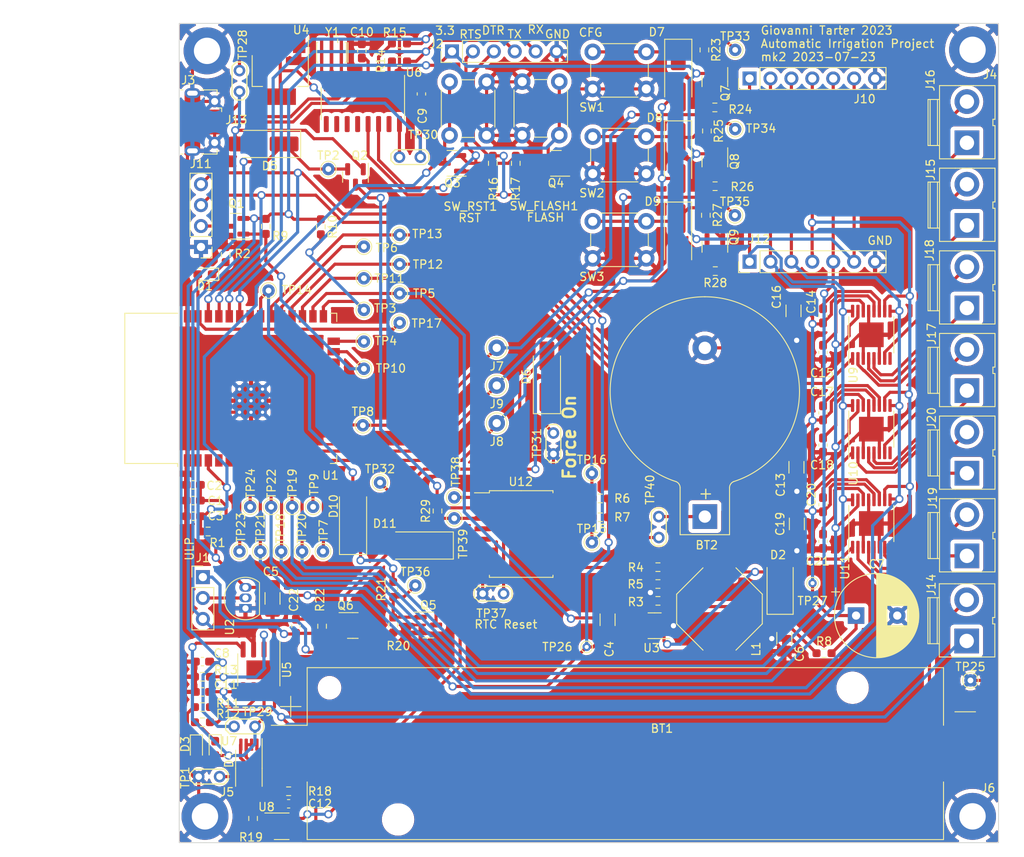
<source format=kicad_pcb>
(kicad_pcb (version 20221018) (generator pcbnew)
  (layers (0 "F.Cu" signal) (31 "B.Cu" signal) (34 "B.Paste" user) (35 "F.Paste" user) (36 "B.SilkS" user "B.Silkscreen") (37 "F.SilkS" user "F.Silkscreen") (38 "B.Mask" user) (39 "F.Mask" user) (44 "Edge.Cuts" user))
  (net 0 "")
  (net 1 "GND")
  (net 2 "+10V")
  (net 3 "Net-(D2-K)")
  (net 4 "Net-(U10-VCP)")
  (net 5 "Net-(U10-VINT)")
  (net 6 "+3.3V")
  (net 7 "EN")
  (net 8 "Net-(D1-K)")
  (net 9 "/AIN1")
  (net 10 "/AIN2")
  (net 11 "/BIN1")
  (net 12 "/BIN2")
  (net 13 "Net-(D1-A)")
  (net 14 "Net-(D2-A)")
  (net 15 "Net-(D3-K)")
  (net 16 "Net-(D4-K)")
  (net 17 "/power_latch/Vin")
  (net 18 "/SDA")
  (net 19 "/SCL")
  (net 20 "+BATT")
  (net 21 "/STEP_UP_EN")
  (net 22 "Net-(J15-Pin_1)")
  (net 23 "Net-(J15-Pin_2)")
  (net 24 "Net-(J16-Pin_1)")
  (net 25 "Net-(J16-Pin_2)")
  (net 26 "Net-(J17-Pin_1)")
  (net 27 "Net-(J17-Pin_2)")
  (net 28 "Net-(J18-Pin_1)")
  (net 29 "VUSB")
  (net 30 "Net-(J18-Pin_2)")
  (net 33 "Net-(U1-IO2)")
  (net 34 "Net-(U1-IO5)")
  (net 35 "Net-(D11-A)")
  (net 36 "Net-(D6-K)")
  (net 37 "Net-(D7-K)")
  (net 42 "Net-(Q3-B)")
  (net 44 "Net-(D8-K)")
  (net 45 "Net-(U11-VCP)")
  (net 46 "/DISP_VCC")
  (net 47 "Net-(U11-VINT)")
  (net 49 "IO0")
  (net 50 "/RTC_INT")
  (net 51 "Net-(Q4-B)")
  (net 52 "Net-(Q5-B)")
  (net 53 "RX")
  (net 54 "TX")
  (net 55 "Net-(U3-FB)")
  (net 56 "Net-(J1-Pin_2)")
  (net 58 "/H_BRIDGE_EN1")
  (net 59 "/H_BRIDGE_EN2")
  (net 60 "/H_BRIDGE_EN3")
  (net 62 "/battery/BAT-")
  (net 63 "Net-(U1-IO34)")
  (net 64 "Net-(U1-IO35)")
  (net 66 "/SW1")
  (net 67 "/SW2")
  (net 68 "/SW3")
  (net 69 "/power_latch/Vout")
  (net 70 "Net-(Q7-B)")
  (net 71 "Net-(Q8-B)")
  (net 72 "Net-(Q9-B)")
  (net 73 "/LATCH")
  (net 75 "Net-(BT1--)")
  (net 76 "Net-(BT2-+)")
  (net 77 "Net-(U4-VO)")
  (net 78 "Net-(U6-V3)")
  (net 79 "Net-(U8-VCC)")
  (net 80 "Net-(U9-VCP)")
  (net 81 "Net-(U9-VINT)")
  (net 82 "Net-(U5-~{STDBY})")
  (net 83 "Net-(U5-~{CHRG})")
  (net 84 "Net-(U5-PROG)")
  (net 85 "Net-(U6-TXD)")
  (net 86 "Net-(U6-RXD)")
  (net 87 "Net-(U8-CS)")
  (net 88 "Net-(U4-VI)")
  (net 89 "Net-(D3-A)")
  (net 90 "Net-(U12-~{RST})")
  (net 91 "Net-(U12-32KHZ)")
  (net 93 "Net-(U6-XI)")
  (net 94 "Net-(U6-XO)")
  (net 100 "Net-(U7-G2)")
  (net 102 "Net-(U7-G1)")
  (net 106 "/AUX")
  (net 107 "Net-(J19-Pin_1)")
  (net 108 "Net-(J19-Pin_2)")
  (net 109 "DTR")
  (net 110 "RTS")
  (net 111 "Net-(D10-K)")
  (net 112 "Net-(D9-K)")
  (net 113 "Net-(U6-VCC)")
  (net 114 "Net-(J11-Pin_2)")
  (net 115 "Net-(J13-D-)")
  (net 116 "Net-(J13-D+)")
  (net 118 "Net-(J20-Pin_1)")
  (net 119 "Net-(J20-Pin_2)")
  (net 120 "Net-(U12-VBAT)")
  (footprint "Diode_SMD:D_SMA_Handsoldering" (layer "F.Cu") (at 144.653 92.8878 90)
    (fp_text reference "D6")
    (fp_text value "1N5817")
  )
  (footprint "Button_Switch_THT:SW_PUSH_6mm_H4.3mm" (layer "F.Cu") (at 141.6558 63.5738 90)
    (fp_text reference "SW_FLASH1")
    (fp_text value "SW_Push")
  )
  (footprint "Capacitor_SMD:C_0603_1608Metric_Pad1.08x0.95mm_HandSolder" (layer "F.Cu") (at 178.181 97.307 90)
    (fp_text reference "C17")
    (fp_text value "0.1uF")
  )
  (footprint "Package_TO_SOT_SMD:SOT-23" (layer "F.Cu") (at 165.048 57.0336 -90)
    (fp_text reference "Q7")
    (fp_text value "BC807")
  )
  (footprint "Capacitor_SMD:C_1206_3216Metric_Pad1.33x1.80mm_HandSolder" (layer "F.Cu") (at 152.019 122.428 90)
    (fp_text reference "C4")
    (fp_text value "22uF")
  )
  (footprint "TestPoint:TestPoint_2Pads_Pitch2.54mm_Drill0.8mm" (layer "F.Cu") (at 109.2 135.382 180)
    (fp_text reference "TP29")
    (fp_text value "TestPoint_2Pole")
  )
  (footprint "Resistor_SMD:R_0603_1608Metric_Pad0.98x0.95mm_HandSolder" (layer "F.Cu") (at 158.134 120.134166 180)
    (fp_text reference "R3")
    (fp_text value "100K")
  )
  (footprint "Package_SO:HTSSOP-16-1EP_4.4x5mm_P0.65mm_EP3x3mm" (layer "F.Cu") (at 184.049 87.8205 90)
    (fp_text reference "U9")
    (fp_text value "DRV8833PW")
  )
  (footprint "TestPoint:TestPoint_THTPad_D1.5mm_Drill0.7mm" (layer "F.Cu") (at 110.8456 82.4484)
    (fp_text reference "TP14")
    (fp_text value "TestPoint_Probe")
  )
  (footprint "custom_footprints:BatteryHolder_Keystone_1042_1x18650" (layer "F.Cu") (at 154.178 138.684)
    (fp_text reference "BT1")
    (fp_text value "Battery")
  )
  (footprint "TestPoint:TestPoint_THTPad_D1.5mm_Drill0.7mm" (layer "F.Cu") (at 167.513 62.8396)
    (fp_text reference "TP34")
    (fp_text value "TestPoint_Probe")
  )
  (footprint "Capacitor_SMD:C_1206_3216Metric_Pad1.33x1.80mm_HandSolder" (layer "F.Cu") (at 173.482 124.6755 -90)
    (fp_text reference "C6")
    (fp_text value "22uF")
  )
  (footprint "Resistor_SMD:R_0603_1608Metric_Pad0.98x0.95mm_HandSolder" (layer "F.Cu") (at 117.1956 74.7014 -90)
    (fp_text reference "R10")
    (fp_text value "100K")
  )
  (footprint "Resistor_SMD:R_0603_1608Metric_Pad0.98x0.95mm_HandSolder" (layer "F.Cu") (at 151.13 107.696 180)
    (fp_text reference "R6")
    (fp_text value "100K")
  )
  (footprint "Resistor_SMD:R_0603_1608Metric_Pad0.98x0.95mm_HandSolder" (layer "F.Cu") (at 110.5154 74.6575 90)
    (fp_text reference "R9")
    (fp_text value "10K")
  )
  (footprint "Package_TO_SOT_SMD:SOT-223-3_TabPin2" (layer "F.Cu") (at 112.268 55.753 -90)
    (fp_text reference "U4")
    (fp_text value "AMS1117-3.3")
  )
  (footprint "TestPoint:TestPoint_THTPad_D1.5mm_Drill0.7mm" (layer "F.Cu") (at 196.088 129.794)
    (fp_text reference "TP25")
    (fp_text value "TestPoint_Probe")
  )
  (footprint "Resistor_SMD:R_0603_1608Metric_Pad0.98x0.95mm_HandSolder" (layer "F.Cu") (at 140.873 66.995 -90)
    (fp_text reference "R17")
    (fp_text value "10K")
  )
  (footprint "custom_footprints:Terminal_5mm" (layer "F.Cu") (at 195.6562 92.1004 90)
    (fp_text reference "J17")
    (fp_text value "Conn_01x02")
  )
  (footprint "TestPoint:TestPoint_THTPad_D1.5mm_Drill0.7mm" (layer "F.Cu") (at 117.4573 114.1222)
    (fp_text reference "TP7")
    (fp_text value "TestPoint_Probe")
  )
  (footprint "Capacitor_SMD:C_1206_3216Metric_Pad1.33x1.80mm_HandSolder" (layer "F.Cu") (at 174.5996 84.9122 -90)
    (fp_text reference "C16")
    (fp_text value "10uF")
  )
  (footprint "Package_SO:HTSSOP-16-1EP_4.4x5mm_P0.65mm_EP3x3mm" (layer "F.Cu") (at 184.049 99.27975 90)
    (fp_text reference "U10")
    (fp_text value "DRV8833PW")
  )
  (footprint "Connector_PinHeader_2.54mm:PinHeader_1x07_P2.54mm_Vertical" (layer "F.Cu") (at 169.2606 78.9432 90)
    (fp_text reference "J12")
    (fp_text value "Conn_01x07_Pin")
  )
  (footprint "Capacitor_SMD:C_0603_1608Metric_Pad1.08x0.95mm_HandSolder" (layer "F.Cu") (at 178.181 108.4565 90)
    (fp_text reference "C20")
    (fp_text value "0.1uF")
  )
  (footprint "Diode_SMD:D_SMA_Handsoldering" (layer "F.Cu") (at 160.5788 76.213 -90)
    (fp_text reference "D9")
    (fp_text value "1N5817")
  )
  (footprint "Resistor_SMD:R_0603_1608Metric_Pad0.98x0.95mm_HandSolder" (layer "F.Cu") (at 158.134 116.0395 180)
    (fp_text reference "R4")
    (fp_text value "180K")
  )
  (footprint "TestPoint:TestPoint_2Pads_Pitch2.54mm_Drill0.8mm" (layer "F.Cu") (at 145.4404 102.2912 90)
    (fp_text reference "TP31")
    (fp_text value "TestPoint_2Pole")
  )
  (footprint "Resistor_SMD:R_0603_1608Metric_Pad0.98x0.95mm_HandSolder" (layer "F.Cu") (at 151.13 109.982 180)
    (fp_text reference "R7")
    (fp_text value "100K")
  )
  (footprint "Capacitor_SMD:C_0603_1608Metric_Pad1.08x0.95mm_HandSolder" (layer "F.Cu") (at 178.181 89.9595 -90)
    (fp_text reference "C15")
    (fp_text value "2.2uF")
  )
  (footprint "Connector_PinHeader_2.54mm:PinHeader_1x07_P2.54mm_Vertical" (layer "F.Cu") (at 169.2606 56.6928 90)
    (fp_text reference "J10")
    (fp_text value "Conn_01x07_Pin")
  )
  (footprint "TestPoint:TestPoint_THTPad_D1.5mm_Drill0.7mm" (layer "F.Cu") (at 126.7714 86.36)
    (fp_text reference "TP17")
    (fp_text value "TestPoint_Probe")
  )
  (footprint "Capacitor_SMD:C_0603_1608Metric_Pad1.08x0.95mm_HandSolder" (layer "F.Cu") (at 101.7005 106.045 180)
    (fp_text reference "C2")
    (fp_text value "0.1uF")
  )
  (footprint "Resistor_SMD:R_0603_1608Metric_Pad0.98x0.95mm_HandSolder" (layer "F.Cu") (at 105.6386 78.0796 90)
    (fp_text reference "R2")
    (fp_text value "330")
  )
  (footprint "Diode_SMD:D_SMA_Handsoldering" (layer "F.Cu") (at 160.603 56.4386 -90)
    (fp_text reference "D7")
    (fp_text value "1N5817")
  )
  (footprint "Resistor_SMD:R_0603_1608Metric_Pad0.98x0.95mm_HandSolder" (layer "F.Cu") (at 125.984 118.745 90)
    (fp_text reference "R21")
    (fp_text value "10K")
  )
  (footprint "TestPoint:TestPoint_THTPad_D1.0mm_Drill0.5mm" (layer "F.Cu") (at 176.911 117.983)
    (fp_text reference "TP27")
    (fp_text value "TestPoint")
  )
  (footprint "TestPoint:TestPoint_THTPad_D1.5mm_Drill0.7mm" (layer "F.Cu") (at 128.6764 118.2624)
    (fp_text reference "TP36")
    (fp_text value "TestPoint_Probe")
  )
  (footprint "Button_Switch_THT:SW_PUSH_6mm_H4.3mm" (layer "F.Cu") (at 156.7156 78.5368 180)
    (fp_text reference "SW3")
    (fp_text value "SW_Push")
  )
  (footprint "Capacitor_THT:CP_Radial_D10.0mm_P5.00mm" (layer "F.Cu") (at 182.198 121.92)
    (fp_text reference "C7")
    (fp_text value "1000uF")
  )
  (footprint "TestPoint:TestPoint_THTPad_D1.5mm_Drill0.7mm" (layer "F.Cu") (at 126.7714 82.804)
    (fp_text reference "TP5")
    (fp_text value "TestPoint_Probe")
  )
  (footprint "Package_SO:SOIC-8-1EP_3.9x4.9mm_P1.27mm_EP2.29x3mm" (layer "F.Cu") (at 109.6638 128.5098 -90)
    (fp_text reference "U5")
    (fp_text value "TP4056")
  )
  (footprint "Crystal:Resonator_SMD_Murata_CSTxExxV-3Pin_3.0x1.1mm_HandSoldering" (layer "F.Cu") (at 118.491 53.532 180)
    (fp_text reference "Y1")
    (fp_text value "Resonator")
  )
  (footprint "custom_footprints:Terminal_5mm" (layer "F.Cu") (at 195.6562 102.1334 90)
    (fp_text reference "J20")
    (fp_text value "Conn_01x02")
  )
  (footprint "TestPoint:TestPoint_2Pads_Pitch2.54mm_Drill0.8mm" (layer "F.Cu") (at 107.315 58.273 90)
    (fp_text reference "TP28")
    (fp_text value "TestPoint_2Pole")
  )
  (footprint "TestPoint:TestPoint_THTPad_D1.5mm_Drill0.7mm" (layer "F.Cu") (at 167.513 53.2236)
    (fp_text reference "TP33")
    (fp_text value "TestPoint_Probe")
  )
  (footprint "TestPoint:TestPoint_THTPad_D1.5mm_Drill0.7mm" (layer "F.Cu") (at 118.11 67.691)
    (fp_text reference "TP2")
    (fp_text value "TestPoint_Probe")
  )
  (footprint "TestPoint:TestPoint_THTPad_D1.5mm_Drill0.7mm" (layer "F.Cu") (at 150.114 113.03)
    (fp_text reference "TP15")
    (fp_text value "TestPoint_Probe")
  )
  (footprint "LED_SMD:LED_0603_1608Metric_Pad1.05x0.95mm_HandSolder" (layer "F.Cu") (at 103.124 80.4672 180)
    (fp_text reference "D1")
    (fp_text value "LED")
  )
  (footprint "Connector_Pin:Pin_D1.0mm_L10.0mm" (layer "F.Cu") (at 138.557 93.98)
    (fp_text reference "J9")
    (fp_text value "Conn_01x01_Pin")
  )
  (footprint "Connector_Pin:Pin_D1.0mm_L10.0mm" (layer "F.Cu") (at 138.557 98.552)
    (fp_text reference "J8")
    (fp_text value "Conn_01x01_Pin")
  )
  (footprint "Button_Switch_THT:SW_PUSH_6mm_H4.3mm" (layer "F.Cu") (at 156.7156 57.9628 180)
    (fp_text reference "SW1")
    (fp_text value "SW_Push")
  )
  (footprint "Resistor_SMD:R_0603_1608Metric_Pad0.98x0.95mm_HandSolder" (layer "F.Cu") (at 165.0746 69.7738 180)
    (fp_text reference "R26")
    (fp_text value "10K")
  )
  (footprint "Capacitor_SMD:C_0603_1608Metric_Pad1.08x0.95mm_HandSolder" (layer "F.Cu") (at 102.8203 127.508 180)
    (fp_text reference "C8")
    (fp_text value "0.1uF")
  )
  (footprint "Capacitor_SMD:C_0603_1608Metric_Pad1.08x0.95mm_HandSolder" (layer "F.Cu") (at 178.181 85.5145 90)
    (fp_text reference "C14")
    (fp_text value "0.1uF")
  )
  (footprint "Resistor_SMD:R_0603_1608Metric_Pad0.98x0.95mm_HandSolder" (layer "F.Cu") (at 163.957 73.3044 -90)
    (fp_text reference "R27")
    (fp_text value "10K")
  )
  (footprint "Package_TO_SOT_SMD:SOT-23" (layer "F.Cu") (at 106.8601 74.6404 180)
    (fp_text reference "Q1")
    (fp_text value "AO3401A")
  )
  (footprint "Capacitor_SMD:C_0603_1608Metric_Pad1.08x0.95mm_HandSolder" (layer "F.Cu") (at 102.8203 131.191 180)
    (fp_text reference "C11")
    (fp_text value "10uF")
  )
  (footprint "TestPoint:TestPoint_THTPad_D1.5mm_Drill0.7mm" (layer "F.Cu") (at 126.7714 79.248)
    (fp_text reference "TP12")
    (fp_text value "TestPoint_Probe")
  )
  (footprint "MountingHole:MountingHole_3.2mm_M3_ISO7380_Pad_TopBottom" (layer "F.Cu") (at 196.342 53.213)
    (fp_text reference "J4")
    (fp_text value "Conn_01x01_Pin")
  )
  (footprint "Package_TO_SOT_SMD:SOT-23" (layer "F.Cu") (at 121.0795 123.124)
    (fp_text reference "Q6")
    (fp_text value "AO3401A")
  )
  (footprint "TestPoint:TestPoint_THTPad_D1.5mm_Drill0.7mm" (layer "F.Cu") (at 108.6095 108.712)
    (fp_text reference "TP24")
    (fp_text value "TestPoint_Probe")
  )
  (footprint "Resistor_SMD:R_0603_1608Metric_Pad0.98x0.95mm_HandSolder" (layer "F.Cu") (at 117.348 123.2154 -90)
    (fp_text reference "R22")
    (fp_text value "100K")
  )
  (footprint "Resistor_SMD:R_0603_1608Metric_Pad0.98x0.95mm_HandSolder" (layer "F.Cu") (at 126.746 54.61)
    (fp_text reference "R14")
    (fp_text value "220")
  )
  (footprint "TestPoint:TestPoint_THTPad_D1.5mm_Drill0.7mm" (layer "F.Cu") (at 113.707032 108.712)
    (fp_text reference "TP19")
    (fp_text value "TestPoint_Probe")
  )
  (footprint "Package_TO_SOT_SMD:SOT-23-6" (layer "F.Cu") (at 157.734 123.1515 180)
    (fp_text reference "U3")
    (fp_text value "MT3608")
  )
  (footprint "Diode_SMD:D_2010_5025Metric" (layer "F.Cu") (at 172.974 118.5795 90)
    (fp_text reference "D2")
    (fp_text value "1SS355VM")
  )
  (footprint "TestPoint:TestPoint_2Pads_Pitch2.54mm_Drill0.8mm" (layer "F.Cu") (at 102.362 141.478)
    (fp_text reference "TP1")
    (fp_text value "TestPoint_2Pole")
  )
  (footprint "Package_TO_SOT_SMD:SOT-23-6_Handsoldering" (layer "F.Cu") (at 112.442 147.508)
    (fp_text reference "U8")
    (fp_text value "DW01")
  )
  (footprint "Resistor_SMD:R_0603_1608Metric_Pad0.98x0.95mm_HandSolder" (layer "F.Cu") (at 138.079 66.995 -90)
    (fp_text reference "R16")
    (fp_text value "10K")
  )
  (footprint "custom_footprints:Terminal_5mm" (layer "F.Cu") (at 195.6562 112.1664 90)
    (fp_text reference "J19")
    (fp_text value "Conn_01x02")
  )
  (footprint "TestPoint:TestPoint_THTPad_D1.5mm_Drill0.7mm" (layer "F.Cu") (at 122.428 77.1144)
    (fp_text reference "TP6")
    (fp_text value "TestPoint_Probe")
  )
  (footprint "Package_SO:SOIC-16_3.9x9.9mm_P1.27mm" (layer "F.Cu") (at 122.301 59.755 -90)
    (fp_text reference "U6")
    (fp_text value "CH340G")
  )
  (footprint "Capacitor_SMD:C_0603_1608Metric_Pad1.08x0.95mm_HandSolder" (layer "F.Cu") (at 101.727 109.855 180)
    (fp_text reference "C3")
    (fp_text value "10uF")
  )
  (footprint "TestPoint:TestPoint_THTPad_D1.5mm_Drill0.7mm" (layer "F.Cu") (at 126.7714 75.692)
    (fp_text reference "TP13")
    (fp_text value "TestPoint_Probe")
  )
  (footprint "Package_TO_SOT_SMD:SOT-23" (layer "F.Cu") (at 133.1745 66.995 180)
    (fp_text reference "Q3")
    (fp_text value "BC817")
  )
  (footprint "TestPoint:TestPoint_THTPad_D1.5mm_Drill0.7mm" (layer "F.Cu") (at 122.428 84.802132)
    (fp_text reference "TP3")
    (fp_text value "TestPoint_Probe")
  )
  (footprint "custom_footprints:Terminal_5mm" (layer "F.Cu") (at 195.6308 122.5042 90)
    (fp_text reference "J14")
    (fp_text value "Conn_01x02")
  )
  (footprint "Button_Switch_THT:SW_PUSH_6mm_H4.3mm" (layer "F.Cu") (at 156.7156 68.2498 180)
    (fp_text reference "SW2")
    (fp_text value "SW_Push")
  )
  (footprint "Connector_USB:USB_Micro-B_Molex-105017-0001" (layer "F.Cu") (at 102.8375 61.976 -90)
    (fp_text reference "J13")
    (fp_text value "USB_B_Micro")
  )
  (footprint "Capacitor_SMD:C_1206_3216Metric_Pad1.33x1.80mm_HandSolder" (layer "F.Cu") (at 175.006 110.789 -90)
    (fp_text reference "C19")
    (fp_text value "10uF")
  )
  (footprint "Resistor_SMD:R_0603_1608Metric_Pad0.98x0.95mm_HandSolder" (layer "F.Cu") (at 125.984 123.063 -90)
    (fp_text reference "R20")
    (fp_text value "100K")
  )
  (footprint "TestPoint:TestPoint_THTPad_D1.5mm_Drill0.7mm" (layer "F.Cu") (at 133.399 110.109)
    (fp_text reference "TP39")
    (fp_text value "TestPoint_Probe")
  )
  (footprint "TestPoint:TestPoint_2Pads_Pitch2.54mm_Drill0.8mm" (layer "F.Cu") (at 158.242 109.9004 -90)
    (fp_text reference "TP40")
    (fp_text value "Bat Exclusion")
  )
  (footprint "TestPoint:TestPoint_THTPad_D1.5mm_Drill0.7mm" (layer "F.Cu") (at 112.38615 114.1222)
    (fp_text reference "TP18")
    (fp_text value "TestPoint_Probe")
  )
  (footprint "Button_Switch_THT:SW_PUSH_6mm_H4.3mm" (layer "F.Cu") (at 137.3272 57.1004 -90)
    (fp_text reference "SW_RST1")
    (fp_text value "SW_Push")
  )
  (footprint "MountingHole:MountingHole_3.2mm_M3_ISO7380_Pad_TopBottom" (layer "F.Cu") (at 103.124 146.304)
    (fp_text reference "J5")
    (fp_text value "Conn_01x01_Pin")
  )
  (footprint "Resistor_SMD:R_0603_1608Metric_Pad0.98x0.95mm_HandSolder" (layer "F.Cu") (at 103.505 111.7092)
    (fp_text reference "R1")
    (fp_text value "100K")
  )
  (footprint "TestPoint:TestPoint_THTPad_D1.5mm_Drill0.7mm" (layer "F.Cu") (at 114.921725 114.1222)
    (fp_text reference "TP20")
    (fp_text value "TestPoint_Probe")
  )
  (footprint "Diode_SMD:D_SMA_Handsoldering" (layer "F.Cu") (at 121.1072 109.9928 90)
    (fp_text reference "D10")
    (fp_text value "1N5817")
  )
  (footprint "TestPoint:TestPoint_THTPad_D1.5mm_Drill0.7mm" (layer "F.Cu") (at 116.2558 108.712)
    (fp_text reference "TP9")
    (fp_text value "TestPoint_Probe")
  )
  (footprint "Package_SO:SOIC-16W_7.5x10.3mm_P1.27mm" (layer "F.Cu") (at 141.527 112.014)
    (fp_text reference "U12")
    (fp_text value "DS3231M")
  )
  (footprint "Resistor_SMD:R_0603_1608Metric_Pad0.98x0.95mm_HandSolder" (layer "F.Cu") (at 178.308 126.492)
    (fp_text reference "R8")
    (fp_text value "100 Ohm")
  )
  (footprint "Connector_Pin:Pin_D1.0mm_L10.0mm" (layer "F.Cu") (at 138.557 89.408)
    (fp_text reference "J7")
    (fp_text value "Conn_01x01_Pin")
  )
  (footprint "MountingHole:MountingHole_3.2mm_M3_ISO7380_Pad_TopBottom" (layer "F.Cu") (at 196.342 146.304)
    (fp_text reference "J6")
    (fp_text value "Conn_01x01_Pin")
  )
  (footprint "Resistor_SMD:R_0603_1608Metric_Pad0.98x0.95mm_HandSolder" (layer "F.Cu") (at 102.8203 133.0325 180)
    (fp_text reference "R11")
    (fp_text value "1K")
  )
  (footprint "TestPoint:TestPoint_THTPad_D1.5mm_Drill0.7mm" (layer "F.Cu") (at 133.399 107.569)
    (fp_text reference "TP38")
    (fp_text value "TestPoint_Probe")
  )
  (footprint "Resistor_SMD:R_0603_1608Metric_Pad0.98x0.95mm_HandSolder" (layer "F.Cu") (at 158.134 118.086833 180)
    (fp_text reference "R5")
    (fp_text value "10K")
  )
  (footprint "MountingHole:MountingHole_3.2mm_M3_ISO7380_Pad_TopBottom" (layer "F.Cu") (at 103.378 53.34)
    (fp_text reference "J3")
    (fp_text value "Conn_01x01_Pin")
  )
  (footprint "Capacitor_SMD:C_0603_1608Metric_Pad1.08x0.95mm_HandSolder" (layer "F.Cu") (at 178.181 101.2175 -90)
    (fp_text reference "C18")
    (fp_text value "2.2uF")
  )
  (footprint "Resistor_SMD:R_0603_1608Metric_Pad0.98x0.95mm_HandSolder" (layer "F.Cu") (at 102.8203 129.3495)
    (fp_text reference "R13")
    (fp_text value "1K")
  )
  (footprint "Package_TO_SOT_SMD:SOT-23" (layer "F.Cu") (at 121.4018 68.6539 -90)
    (fp_text reference "Q2")
    (fp_text value "AO3401A")
  )
  (footprint "TestPoint:TestPoint_2Pads_Pitch2.54mm_Drill0.8mm" (layer "F.Cu") (at 126.7406 66.2432)
    (fp_text reference "TP30")
    (fp_text value "TestPoint_2Pole")
  )
  (footprint "Capacitor_SMD:C_1206_3216Metric_Pad1.33x1.80mm_HandSolder" (layer "F.Cu") (at 174.9552 103.9114 -90)
    (fp_text reference "C13")
    (fp_text value "10uF")
  )
  (footprint "Package_SO:HTSSOP-16-1EP_4.4x5mm_P0.65mm_EP3x3mm" (layer "F.Cu") (at 184.049 110.739 90)
    (fp_text reference "U11")
    (fp_text value "DRV8833PW")
  )
  (footprint "Capacitor_SMD:C_0603_1608Metric_Pad1.08x0.95mm_HandSolder" (layer "F.Cu") (at 178.181 112.9005 -90)
    (fp_text reference "C21")
    (fp_text value "2.2uF")
  )
  (footprint "LED_SMD:LED_0603_1608Metric_Pad1.05x0.95mm_HandSolder" (layer "F.Cu") (at 102.0826 138.0744 -90)
    (fp_text reference "D3")
    (fp_text value "LED G")
  )
  (footprint "Resistor_SMD:R_0603_1608Metric_Pad0.98x0.95mm_HandSolder" (layer "F.Cu") (at 108.966 146.558 90)
    (fp_text reference "R19")
    (fp_text value "1k")
  )
  (footprint "Connector_PinHeader_2.54mm:PinHeader_1x03_P2.54mm_Vertical" (layer "F.Cu") (at 102.87 117.2464)
    (fp_text reference "J1")
    (fp_text value "Conn_01x03_Pin" hide)
  )
  (footprint "TestPoint:TestPoint_THTPad_D1.5mm_Drill0.7mm" (layer "F.Cu") (at 107.315 114.1222)
    (fp_text reference "TP23")
    (fp_text value "TestPoint_Probe")
  )
  (footprint "Package_TO_SOT_SMD:SOT-23" (layer "F.Cu") (at 165.0492 77.1505 -90)
    (fp_text reference "Q9")
    (fp_text value "BC807")
  )
  (footprint "TestPoint:TestPoint_THTPad_D1.5mm_Drill0.7mm" (layer "F.Cu") (at 150.114 104.648)
    (fp_text reference "TP16")
    (fp_text value "TestPoint_Probe")
  )
  (footprint "Resistor_SMD:R_0603_1608Metric_Pad0.98x0.95mm_HandSolder" (layer "F.Cu") (at 113.284 143.256)
    (fp_text reference "R18")
    (fp_text value "100 Ohm")
  )
  (footprint "Capacitor_SMD:C_1206_3216Metric_Pad1.33x1.80mm_HandSolder" (layer "F.Cu") (at 111.3282 119.8372 -90)
    (fp_text reference "C5")
    (fp_text value "100uF")
  )
  (footprint "Capacitor_SMD:C_0603_1608Metric_Pad1.08x0.95mm_HandSolder" (layer "F.Cu") (at 113.284 144.78 180)
    (fp_text reference "C12")
    (fp_text value "100nF")
  )
  (footprint "TestPoint:TestPoint_THTPad_D1.0mm_Drill0.5mm" (layer "F.Cu") (at 149.479 125.73)
    (fp_text reference "TP26")
    (fp_text value "TestPoint")
  )
  (footprint "Resistor_SMD:R_0603_1608Metric_Pad0.98x0.95mm_HandSolder" (layer "F.Cu") (at 102.8203 134.874 180)
    (fp_text reference "R12")
    (fp_text value "1K")
  )
  (footprint "TestPoint:TestPoint_THTPad_D1.5mm_Drill0.7mm" (layer "F.Cu") (at 122.428 91.948)
    (fp_text reference "TP10")
    (fp_text value "TestPoint_Probe")
  )
  (footprint "TestPoint:TestPoint_THTPad_D1.5mm_Drill0.7mm" (layer "F.Cu") (at 122.301 98.806)
    (fp_text reference "TP8")
    (fp_text value "TestPoint_Probe")
  )
  (footprint "Capacitor_SMD:C_0603_1608Metric_Pad1.08x0.95mm_HandSolder" (layer "F.Cu") (at 101.7005 107.95 180)
    (fp_text reference "C1")
    (fp_text value "10uF")
  )
  (footprint "Package_SO:TSSOP-8_4.4x3mm_P0.65mm" (layer "F.Cu") (at 108.458 140.462 -90)
    (fp_text reference "U7")
    (fp_text value "FS8205A")
  )
  (footprint "Package_TO_SOT_SMD:SOT-23" (layer "F.Cu") (at 130.2535 123.063)
    (fp_text reference "Q5")
    (fp_text value "BC817")
  )
  (footprint "TestPoint:TestPoint_2Pads_Pitch2.54mm_Drill0.8mm" (layer "F.Cu") (at 136.848 119.253)
    (fp_text reference "TP37")
    (fp_text value "RTC Reset")
  )
  (footprint "Resistor_SMD:R_0603_1608Metric_Pad0.98x0.95mm_HandSolder" (layer "F.Cu") (at 165.1 80.0862 180)
    (fp_text reference "R28")
    (fp_text value "10K")
  )
  (footprint "Battery:BatteryHolder_Keystone_103_1x20mm" (layer "F.Cu") (at 163.83 109.898 90)
    (fp_text reference "BT2")
    (fp_text value "Battery_Cell")
  )
  (footprint "Resistor_SMD:R_0603_1608Metric_Pad0.98x0.95mm_HandSolder" (layer "F.Cu") (at 164.084 63.0682 -90)
    (fp_text reference "R25")
    (fp_text value "10K")
  )
  (footprint "LED_SMD:LED_0603_1608Metric_Pad1.05x0.95mm_HandSolder" (layer "F.Cu") (at 104.3686 138.049 -90)
    (fp_text reference "D4")
    (fp_text value "LED R")
  )
  (footprint "Resistor_SMD:R_0603_1608Metric_Pad0.98x0.95mm_HandSolder" (layer "F.Cu") (at 126.746 52.451)
    (fp_text reference "R15")
    (fp_text value "220")
  )
  (footprint "Diode_SMD:D_SMA_Handsoldering" (layer "F.Cu") (at 110.236 64.643 180)
    (fp_text reference "D5")
    (fp_text value "SS14")
  )
  (footprint "Package_TO_SOT_SMD:SOT-23" (layer "F.Cu") (at 145.7475 66.995 180)
    (fp_text reference "Q4")
    (fp_text value "BC817")
  )
  (footprint "Resistor_SMD:R_0603_1608Metric_Pad0.98x0.95mm_HandSolder" (layer "F.Cu") (at 165.048 60.2086 180)
    (fp_text reference "R24")
    (fp_text value "10K")
  )
  (footprint "Package_TO_SOT_SMD:SOT-23" (layer "F.Cu") (at 165.0492 66.7789 -90)
    (fp_text reference "Q8")
    (fp_text value "BC807")
  )
  (footprint "custom_footprints:Terminal_5mm" (layer "F.Cu") (at 195.6562 82.0674 90)
    (fp_text reference "J18")
    (fp_text value "Conn_01x02")
  )
  (footprint "TestPoint:TestPoint_THTPad_D1.5mm_Drill0.7mm" (layer "F.Cu") (at 109.850575 114.1222)
    (fp_text reference "TP21")
    (fp_text value "TestPoint_Probe")
  )
  (footprint "Inductor_SMD:L_Bourns-SRU1028_10.0x10.0mm" (layer "F.Cu") (at 165.608 121.1195 90)
    (fp_text reference "L1")
    (fp_text value "22uH")
  )
  (footprint "Connector_PinHeader_2.54mm:PinHeader_1x06_P2.54mm_Vertical" (layer "F.Cu") (at 133.126 53.406 90)
    (fp_text reference "J2")
    (fp_text value "Conn_01x06_Pin")
  )
  (footprint "custom_footprints:Terminal_5mm" (layer "F.Cu") (at 195.6562 72.0344 90)
    (fp_text reference "J15")
    (fp_text value "Conn_01x02")
  )
  (footprint "Capacitor_SMD:C_0603_1608Metric_Pad1.08x0.95mm_HandSolder" (layer "F.Cu") (at 114.173 123.2154 90)
    (fp_text reference "C22")
    (fp_text value "10n")
  )
  (footprint "TestPoint:TestPoint_THTPad_D1.5mm_Drill0.7mm" (layer "F.Cu") (at 122.428 88.646)
    (fp_text reference "TP4")
    (fp_text value "TestPoint_Probe")
  )
  (footprint "custom_footprints:ESP32-WROOM-32D" (layer "F.Cu") (at 109.2473 94.3266 90)
    (fp_text reference "U1")
    (fp_text value "ESP32-WROOM-32D")
  )
  (footprint "TestPoint:TestPoint_THTPad_D1.5mm_Drill0.7mm" (layer "F.Cu") (at 124.3838 105.7656)
    (fp_text reference "TP32")
    (fp_text value "TestPoint_Probe")
  )
  (footprint "Resistor_SMD:R_0603_1608Metric_Pad0.98x0.95mm_HandSolder" (layer "F.Cu") (at 163.778 53.2236 -90)
    (fp_text reference "R23")
    (fp_text value "10K")
  )
  (footprint "Capacitor_SMD:C_0603_1608Metric_Pad1.08x0.95mm_HandSolder" (layer "F.Cu") (at 122.174 53.34 90)
    (fp_text reference "C10")
    (fp_text value "0.1uF")
  )
  (footprint "Connector_PinHeader_2.54mm:PinHeader_1x04_P2.54mm_Vertical" (layer "F.Cu") (at 102.6414 77.1552 180)
    (fp_text reference "J11")
    (fp_text value "Conn_01x04_Pin")
  )
  (footprint "TestPoint:TestPoint_THTPad_D1.5mm_Drill0.7mm" (layer "F.Cu") (at 167.4876 73.3044)
    (fp_text reference "TP35")
    (fp_text value "TestPoint_Probe")
  )
  (footprint "Resistor_SMD:R_0603_1608Metric_Pad0.98x0.95mm_HandSolder" (layer "F.Cu") (at 131.367 109.22 90)
    (fp_text reference "R29")
    (fp_text value "100K")
  )
  (footprint "Diode_SMD:D_SMA_Handsoldering" (layer "F.Cu") (at 160.5788 66.3483 -90)
    (fp_text reference "D8")
    (fp_text value "1N5817")
  )
  (footprint "Package_TO_SOT_THT:TO-92L_Inline" (layer "F.Cu") (at 108.0444 121.0372 90)
    (fp_text reference "U2")
    (fp_text value "HT7333")
  )
  (footprint "TestPoint:TestPoint_THTPad_D1.5mm_Drill0.7mm" (layer "F.Cu") (at 122.428 80.958266)
    (fp_text reference "TP11")
    (fp_text value "TestPoint_Probe")
  )
  (footprint "TestPoint:TestPoint_THTPad_D1.5mm_Drill0.7mm" (layer "F.Cu") (at 111.158266 108.712)
    (fp_text reference "TP22")
    (fp_text value "TestPoint_Probe")
  )
  (footprint "custom_footprints:Terminal_5mm" (layer "F.Cu") (at 195.6562 62.0014 90)
    (fp_text reference "J16")
    (fp_text value "Conn_01x02")
  )
  (footprint "Diode_SMD:D_SMA_Handsoldering" (layer "F.Cu") (at 128.778 113.411 180)
    (fp_text reference "D11")
    (fp_text value "1N5817")
  )
  (footprint "Capacitor_SMD:C_0603_1608Metric_Pad1.08x0.95mm_HandSolder" (layer "F.Cu") (at 129.413 58.5724 90)
    (fp_text reference "C9")
    (fp_text value "10uF")
  )
  (gr_rect locked (start 100 50) (end 199.5 149.5) (stroke (width 0.1)) (fill none) (layer "Edge.Cuts"))
  (gr_text "FLASH" (at 142.113 74.1426) (layer "F.SilkS") (effects (font (size 1 1)) (justify left bottom)))
  (gr_text "3.3" (at 130.9878 51.4604) (layer "F.SilkS") (effects (font (size 1 1)) (justify left bottom)))
  (gr_text "DTR" (at 136.652 51.435) (layer "F.SilkS") (effects (font (size 1 1)) (justify left bottom)))
  (gr_text "TX" (at 139.7762 51.8922) (layer "F.SilkS") (effects (font (size 1 1)) (justify left bottom)))
  (gr_text "RTS" (at 133.9342 51.9176) (layer "F.SilkS") (effects (font (size 1 1)) (justify left bottom)))
  (gr_text "ULP" (at 101.8286 115.3414 90) (layer "F.SilkS") (effects (font (size 1 1)) (justify left bottom)))
  (gr_text "RST" (at 133.8072 74.2188) (layer "F.SilkS") (effects (font (size 1 1)) (justify left bottom)))
  (gr_text "GND" (at 183.4896 76.962) (layer "F.SilkS") (effects (font (size 1 1)) (justify left bottom)))
  (gr_text "RTC Reset" (at 135.763 123.571) (layer "F.SilkS") (effects (font (size 1 1)) (justify left bottom)))
  (gr_text "RX" (at 142.2146 51.3334) (layer "F.SilkS") (effects (font (size 1 1)) (justify left bottom)))
  (gr_text "Giovanni Tarter 2023\nAutomatic Irrigation Project\nmk2 2023-07-23" (at 170.5306 54.6608) (layer "F.SilkS") (effects (font (size 1 1)) (justify left bottom)))
  (gr_text "Force On" (at 148.2598 105.5624 90) (layer "F.SilkS") (effects (font (size 1.5 1.5) (thickness 0.3) bold) (justify left bottom)))
  (gr_text "CFG" (at 148.4376 51.689) (layer "F.SilkS") (effects (font (size 1 1)) (justify left bottom)))
  (gr_text "GND" (at 144.3228 51.8922) (layer "F.SilkS") (effects (font (size 1 1)) (justify left bottom)))
  (segment (start 100.9973 85.5766) (end 100.9973 103.0766) (width 0.381) (layer "F.Cu") (net 1))
  (segment (start 102.362 145.542) (end 102.362 141.478) (width 0.381) (layer "F.Cu") (net 1))
  (segment (start 164.1355 60.2086) (end 162.6858 58.7589) (width 0.381) (layer "F.Cu") (net 1))
  (segment (start 182.168 110.739) (end 184.049 110.739) (width 0.381) (layer "F.Cu") (net 1))
  (segment (start 100.838 106.045) (end 100.838 103.2359) (width 0.381) (layer "F.Cu") (net 1))
  (segment (start 175.006 114.046) (end 177.898 114.046) (width 0.381) (layer "F.Cu") (net 1))
  (segment (start 171.6663 89.408) (end 174.5996 86.4747) (width 0.381) (layer "F.Cu") (net 1))
  (segment (start 126.746 57.28) (end 128.9831 57.28) (width 0.381) (layer "F.Cu") (net 1))
  (segment (start 100.838 107.95) (end 100.838 106.934) (width 0.381) (layer "F.Cu") (net 1))
  (segment (start 101.0327 77.1552) (end 100.9973 77.1906) (width 0.381) (layer "F.Cu") (net 1))
  (segment (start 183.724 107.864) (end 183.724 110.414) (width 0.381) (layer "F.Cu") (net 1))
  (segment (start 150.2156 57.7956) (end 150.2156 57.9628) (width 0.381) (layer "F.Cu") (net 1))
  (segment (start 136.848 119.253) (end 136.848 112.678) (width 0.381) (layer "F.Cu") (net 1))
  (segment (start 180.11902 102.25278) (end 183.09205 99.27975) (width 0.381) (layer "F.Cu") (net 1))
  (segment (start 198.628 117.2972) (end 198.628 55.499) (width 0.381) (layer "F.Cu") (net 1))
  (segment (start 162.6858 58.7589) (end 162.6858 57.44) (width 0.381) (layer "F.Cu") (net 1))
  (segment (start 175.006 112.3515) (end 175.006 114.046) (width 0.381) (layer "F.Cu") (net 1))
  (segment (start 100.4189 129.3495) (end 100.4062 129.3368) (width 0.381) (layer "F.Cu") (net 1))
  (segment (start 101.6 59.076) (end 101.6 55.118) (width 0.381) (layer "F.Cu") (net 1))
  (segment (start 150.2156 57.9628) (end 148.0312 57.9628) (width 0.381) (layer "F.Cu") (net 1))
  (segment (start 150.2156 66.3194) (end 147.955 64.0588) (width 0.381) (layer "F.Cu") (net 1))
  (segment (start 104.3 63.276) (end 104.3 64.476) (width 0.381) (layer "F.Cu") (net 1))
  (segment (start 150.2156 78.5368) (end 156.7156 78.5368) (width 0.381) (layer "F.Cu") (net 1))
  (segment (start 162.5854 68.1971) (end 164.1621 69.7738) (width 0.381) (layer "F.Cu") (net 1))
  (segment (start 100.9973 77.1906) (end 100.9973 66.0787) (width 0.381) (layer "F.Cu") (net 1))
  (segment (start 170.3955 123.1515) (end 171.958 124.714) (width 0.381) (layer "F.Cu") (net 1))
  (segment (start 141.6292 63.6004) (end 141.6558 63.5738) (width 0.381) (layer "F.Cu") (net 1))
  (segment (start 108.0444 124.275) (end 108.1278 124.3584) (width 0.381) (layer "F.Cu") (net 1))
  (segment (start 178.181 102.08) (end 178.35378 102.25278) (width 0.381) (layer "F.Cu") (net 1))
  (segment (start 158.8715 123.1515) (end 160.02 123.1515) (width 0.381) (layer "F.Cu") (net 1))
  (segment (start 161.8996 66.3956) (end 162.5854 67.0814) (width 0.381) (layer "F.Cu") (net 1))
  (segment (start 100.838 106.934) (end 100.838 106.045) (width 0.381) (layer "F.Cu") (net 1))
  (segment (start 157.2215 119.126) (end 157.2215 120.134166) (width 0.381) (layer "F.Cu") (net 1))
  (segment (start 185.024 90.6955) (end 185.024 88.7955) (width 0.381) (layer "F.Cu") (net 1))
  (segment (start 126.873 50.673) (end 145.796 50.673) (width 0.381) (layer "F.Cu") (net 1))
  (segment (start 183.074 113.614) (end 183.074 111.714) (width 0.381) (layer "F.Cu") (net 1))
  (segment (start 104.3 59.476) (end 102.6 59.476) (width 0.381) (layer "F.Cu") (net 1))
  (segment (start 157.2215 118.086833) (end 157.2215 119.126) (width 0.381) (layer "F.Cu") (net 1))
  (segment (start 171.958 124.714) (end 173.482 126.238) (width 0.381) (layer "F.Cu") (net 1))
  (segment (start 128.9831 57.28) (end 129.413 57.7099) (width 0.381) (layer "F.Cu") (net 1))
  (segment (start 136.848 112.678) (end 136.877 112.649) (width 0.381) (layer "F.Cu") (net 1))
  (segment (start 177.898 114.046) (end 178.181 113.763) (width 0.381) (layer "F.Cu") (net 1))
  (segment (start 109.0288 126.0348) (end 109.0288 125.2594) (width 0.381) (layer "F.Cu") (net 1))
  (segment (start 198.628 117.2972) (end 191.8208 117.2972) (width 0.381) (layer "F.Cu") (net 1))
  (segment (start 137.3272 63.6004) (end 141.6292 63.6004) (width 0.381) (layer "F.Cu") (net 1))
  (segment (start 101.9078 129.3495) (end 100.4189 129.3495) (width 0.381) (layer "F.Cu") (net 1))
  (segment (start 136.848 119.253) (end 138.422 120.827) (width 0.381) (layer "F.Cu") (net 1))
  (segment (start 185.024 102.15475) (end 185.024 100.25475) (width 0.381) (layer "F.Cu") (net 1))
  (segment (start 158.9254 76.327) (end 156.7156 78.5368) (width 0.381) (layer "F.Cu") (net 1))
  (segment (start 129.2785 123.9755) (end 129.316 124.013) (width 0.381) (layer "F.Cu") (net 1))
  (segment (start 100.838 109.8285) (end 100.8645 109.855) (width 0.381) (layer "F.Cu") (net 1))
  (segment (start 178.181 102.2481) (end 174.9552 105.4739) (width 0.381) (layer "F.Cu") (net 1))
  (segment (start 101.6 55.118) (end 103.378 53.34) (width 0.381) (layer "F.Cu") (net 1))
  (segment (start 137.3272 57.1004) (end 141.6292 57.1004) (width 0.381) (layer "F.Cu") (net 1))
  (segment (start 109.0288 125.2594) (end 108.1278 124.3584) (width 0.381) (layer "F.Cu") (net 1))
  (segment (start 147.955 58.039) (end 148.0312 57.9628) (width 0.381) (layer "F.Cu") (net 1))
  (segment (start 108.0444 121.0372) (end 108.0444 123.1646) (width 0.381) (layer "F.Cu") (net 1))
  (segment (start 183.074 100.25475) (end 184.049 99.27975) (width 0.381) (layer "F.Cu") (net 1))
  (segment (start 100.4062 140.1572) (end 100.4062 131.191) (width 0.381) (layer "F.Cu") (net 1))
  (segment (start 100.9973 66.0787) (end 101.6 65.476) (width 0.381) (layer "F.Cu") (net 1))
  (segment (start 111.5688 124.0402) (end 110.49 122.9614) (width 0.381) (layer "F.Cu") (net 1))
  (segment (start 150.2156 57.9628) (end 156.7156 57.9628) (width 0.381) (layer "F.Cu") (net 1))
  (segment (start 145.826 53.406) (end 145.826 50.703) (width 0.381) (layer "F.Cu") (net 1))
  (segment (start 185.024 100.25475) (end 184.049 99.27975) (width 0.381) (layer "F.Cu") (net 1))
  (segment (start 158.623 66.3956) (end 161.8996 66.3956) (width 0.381) (layer "F.Cu") (net 1))
  (segment (start 164.1875 78.9705) (end 161.544 76.327) (width 0.381) (layer "F.Cu") (net 1))
  (segment (start 111.5688 126.0348) (end 112.4324 126.8984) (width 0.381) (layer "F.Cu") (net 1))
  (segment (start 156.490166 120.8655) (end 157.2215 120.134166) (width 0.381) (layer "F.Cu") (net 1))
  (segment (start 108.1278 124.3584) (end 100.7872 124.3584) (width 0.381) (layer "F.Cu") (net 1))
  (segment (start 174.9806 86.8557) (end 174.5996 86.4747) (width 0.381) (layer "F.Cu") (net 1))
  (segment (start 100.8645 109.855) (end 100.8645 124.2811) (width 0.381) (layer "F.Cu") (net 1))
  (segment (start 183.724 96.40475) (end 183.724 98.95475) (width 0.381) (layer "F.Cu") (net 1))
  (segment (start 150.2156 68.2498) (end 150.2156 66.3194) (width 0.381) (layer "F.Cu") (net 1))
  (segment (start 174.9552 106.77702) (end 175.006 106.82782) (width 0.381) (layer "F.Cu") (net 1))
  (segment (start 101.186 65.476) (end 101.186 58.476) (width 0.381) (layer "F.Cu") (net 1))
  (segment (start 183.074 102.15475) (end 183.074 100.25475) (width 0.381) (layer "F.Cu") (net 1))
  (segment (start 178.181 113.763) (end 179.144 113.763) (width 0.381) (layer "F.Cu") (net 1))
  (segment (start 122.174 50.8) (end 122.301 50.673) (width 0.381) (layer "F.Cu") (net 1))
  (segment (start 126.746 57.28) (end 126.746 50.8) (width 0.381) (layer "F.Cu") (net 1))
  (segment (start 100.4062 129.3368) (end 100.4062 127.4826) (width 0.381) (layer "F.Cu") (net 1))
  (segment (start 196.088 129.794) (end 198.628 129.794) (width 0.381) (layer "F.Cu") (net 1))
  (segment (start 114.808 50.673) (end 118.491 50.673) (width 0.381) (layer "F.Cu") (net 1))
  (segment (start 182.5625 87.8205) (end 184.049 87.8205) (width 0.381) (layer "F.Cu") (net 1))
  (segment (start 108.2476 122.9614) (end 108.0444 123.1646) (width 0.381) (layer "F.Cu") (net 1))
  (segment (start 144.0434 106.2228) (end 144.0434 120.827) (width 0.381) (layer "F.Cu") (net 1))
  (segment (start 118.7573 100.0366) (end 112.9273 100.0366) (width 0.381) (layer "F.Cu") (net 1))
  (segment (start 184.5006 78.9432) (end 184.5006 65.4304) (width 0.381) (layer "F.Cu") (net 1))
  (segment (start 100.4062 127.4826) (end 100.4062 124.333) (width 0.381) (layer "F.Cu") (net 1))
  (segment (start 100.9973 78.3082) (end 100.9973 77.1906) (width 0.381) (layer "F.Cu") (net 1))
  (segment (start 145.4404 104.8258) (end 144.0434 106.2228) (width 0.381) (layer "F.Cu") (net 1))
  (segment (start 156.6648 78.5368) (end 150.1648 78.5368) (width 0.381) (layer "F.Cu") (net 1))
  (segment (start 198.628 144.018) (end 198.628 129.794) (width 0.381) (layer "F.Cu") (net 1))
  (segment (start 145.3236 53.406) (end 145.826 53.406) (width 0.381) (layer "F.Cu") (net 1))
  (segment (start 198.628 55.499) (end 196.342 53.213) (width 0.381) (layer "F.Cu") (net 1))
  (segment (start 161.6952 56.4494) (end 158.229 56.4494) (width 0.381) (layer "F.Cu") (net 1))
  (segment (start 122.174 52.4775) (end 122.174 50.8) (width 0.381) (layer "F.Cu") (net 1))
  (segment (start 114.554 50.673) (end 114.808 50.673) (width 0.381) (layer "F.Cu") (net 1))
  (segment (start 108.0444 121.0372) (end 110.9657 121.0372) (width 0.381) (layer "F.Cu") (net 1))
  (segment (start 174.9552 105.4739) (end 174.9552 106.77702) (width 0.381) (layer "F.Cu") (net 1))
  (segment (start 103.378 53.34) (end 106.045 50.673) (width 0.381) (layer "F.Cu") (net 1))
  (segment (start 100.4316 124.3584) (end 100.4062 124.333) (width 0.381) (layer "F.Cu") (net 1))
  (segment (start 100.4062 131.191) (end 100.4062 129.3368) (width 0.381) (layer "F.Cu") (net 1))
  (segment (start 156.666 68.2498) (end 150.166 68.2498) (width 0.381) (layer "F.Cu") (net 1))
  (segment (start 146.2155 120.8655) (end 146.177 120.827) (width 0.381) (layer "F.Cu") (net 1))
  (segment (start 184.5006 56.6928) (end 184.5006 65.4304) (width 0.381) (layer "F.Cu") (net 1))
  (segment (start 164.1875 80.0862) (end 164.1875 78.9705) (width 0.381) (layer "F.Cu") (net 1))
  (segment (start 110.49 122.9614) (end 108.2476 122.9614) (width 0.381) (layer "F.Cu") (net 1))
  (segment (start 123.0611 126.8984) (end 125.984 123.9755) (width 0.381) (layer "F.Cu") (net 1))
  (segment (start 141.6558 57.0738) (end 145.3236 53.406) (width 0.381) (layer "F.Cu") (net 1))
  (segment (start 191.8208 117.2972) (end 187.198 121.92) (width 0.381) (layer "F.Cu") (net 1))
  (segment (start 183.074 111.714) (end 184.049 110.739) (width 0.381) (layer "F.Cu") (net 1))
  (segment (start 183.724 98.95475) (end 184.049 99.27975) (width 0.381) (layer "F.Cu") (net 1))
  (segment (start 145.4404 102.2912) (end 145.4404 104.8258) (width 0.381) (layer "F.Cu") (net 1))
  (segment (start 183.074 90.6955) (end 183.074 88.7955) (width 0.381) (layer "F.Cu") (net 1))
  (segment (start 178.35378 102.25278) (end 180.11902 102.25278) (width 0.381) (layer "F.Cu") (net 1))
  (segment (start 114.568 52.603) (end 114.568 50.687) (width 0.381) (layer "F.Cu") (net 1))
  (segment (start 101.9578 131.191) (end 100.4062 131.191) (width 0.381) (layer "F.Cu") (net 1))
  (segment (start 174.5539 127.3099) (end 181.8081 127.3099) (width 0.381) (layer "F.Cu") (net 1))
  (segment (start 145.826 53.406) (end 150.2156 57.7956) (width 0.381) (layer "F.Cu") (net 1))
  (segment (start 183.724 87.4955) (end 184.049 87.8205) (width 0.381) (layer "F.Cu") (net 1))
  (segment (start 179.561 90.822) (end 182.5625 87.8205) (width 0.381) (layer "F.Cu") (net 1))
  (segment (start 174.9806 88.4936) (end 177.309 90.822) (width 0.381) (layer "F.Cu") (net 1))
  (segment (start 122.301 50.673) (end 126.873 50.673) (width 0.381) (layer "F.Cu") (net 1))
  (segment (start 102.6414 77.1552) (end 101.0327 77.1552) (width 0.381) (layer "F.Cu") (net 1))
  (segment (start 183.724 84.9455) (end 183.724 87.4955) (width 0.381) (layer "F.Cu") (net 1))
  (segment (start 147.955 64.0588) (end 147.955 58.039) (width 0.381) (layer "F.Cu") (net 1))
  (segment (start 112.9273 100.0366) (end 110.1173 97.2266) (width 0.381) (layer "F.Cu") (net 1))
  (segment (start 105.7163 97.2266) (end 107.3173 97.2266) (width 0.381) (layer "F.Cu") (net 1))
  (segment (start 104.3 63.276) (end 101.9 63.276) (width 0.381) (layer "F.Cu") (net 1))
  (segment (start 158.229 56.4494) (end 156.7156 57.9628) (width 0.381) (layer "F.Cu") (net 1))
  (segment (start 184.5006 65.4304) (end 184.5006 65.0544) (width 0.381) (layer "F.Cu") (net 1))
  (segment (start 183.074 88.7955) (end 184.049 87.8205) (width 0.381) (layer "F.Cu") (net 1))
  (segment (start 184.5006 65.0544) (end 196.342 53.213) (width 0.381) (layer "F.Cu") (net 1))
  (segment (start 174.5996 86.4747) (end 172.667299 88.407001) (width 0.381) (layer "F.Cu") (net 1))
  (segment (start 100.838 107.95) (end 100.838 109.8285) (width 0.381) (layer "F.Cu") (net 1))
  (segment (start 170.1292 50.673) (end 193.802 50.673) (width 0.381) (layer "F.Cu") (net 1))
  (segment (start 141.6292 57.1004) (end 141.6558 57.0738) (width 0.381) (layer "F.Cu") (net 1))
  (segment (start 106.045 50.673) (end 114.554 50.673) (width 0.381) (layer "F.Cu") (net 1))
  (segment (start 185.024 113.614) (end 185.024 111.714) (width 0.381) (layer "F.Cu") (net 1))
  (segment (start 118.491 53.532) (end 118.491 50.673) (width 0.381) (layer "F.Cu") (net 1))
  (segment (start 108.0444 123.1646) (end 108.0444 124.275) (width 0.381) (layer "F.Cu") (net 1))
  (segment (start 137.3272 57.1004) (end 137.3272 63.6004) (width 0.381) (layer "F.Cu") (net 1))
  (segment (start 198.628 129.794) (end 198.628 117.2972) (width 0.381) (layer "F.Cu") (net 1))
  (segment (start 185.024 88.7955) (end 184.049 87.8205) (width 0.381) (layer "F.Cu") (net 1))
  (segment (start 161.544 76.327) (end 158.9254 76.327) (width 0.381) (layer "F.Cu") (net 1))
  (segment (start 146.177 111.379) (end 146.177 116.459) (width 0.381) (layer "F.Cu") (net 1))
  (segment (start 125.984 123.9755) (end 129.2785 123.9755) (width 0.381) (layer "F.Cu") (net 1))
  (segment (start 100.4316 127.508) (end 100.4062 127.4826) (width 0.381) (layer "F.Cu") (net 1))
  (segment (start 114.568 50.687) (end 114.554 50.673) (width 0.381) (layer "F.Cu") (net 1))
  (segment (start 100.9973 103.0766) (end 100.9973 101.9456) (width 0.381) (layer "F.Cu") (net 1))
  (segment (start 126.746 50.8) (end 126.873 50.673) (width 0.381) (layer "F.Cu") (net 1))
  (segment (start 164.0859 69.85) (end 164.1621 69.7738) (width 0.381) (layer "F.Cu") (net 1))
  (segment (start 100.8645 124.2811) (end 100.7872 124.3584) (width 0.381) (layer "F.Cu") (net 1))
  (segment (start 100.9973 85.5766) (end 100.9973 78.3082) (width 0.381) (layer "F.Cu") (net 1))
  (segment (start 101.186 65.476) (end 100.8126 65.8494) (width 0.381) (layer "F.Cu") (net 1))
  (segment (start 181.8081 127.3099) (end 187.198 121.92) (width 0.381) (layer "F.Cu") (net 1))
  (segment (start 111.5688 126.0348) (end 111.5688 124.0402) (width 0.381) (layer "F.Cu") (net 1))
  (segment (start 173.482 126.238) (end 174.5539 127.3099) (width 0.381) (layer "F.Cu") (net 1))
  (segment (start 163.83 89.408) (end 171.6663 89.408) (width 0.381) (layer "F.Cu") (net 1))
  (segment (start 146.177 116.459) (end 146.177 120.827) (width 0.381) (layer "F.Cu") (net 1))
  (segment (start 145.826 50.703) (end 145.796 50.673) (width 0.381) (layer "F.Cu") (net 1))
  (segment (start 179.144 113.763) (end 182.168 110.739) (width 0.381) (layer "F.Cu") (net 1))
  (segment (start 102.362 141.478) (end 101.727 141.478) (width 0.381) (layer "F.Cu") (net 1))
  (segment (start 160.02 123.1515) (end 170.3955 123.1515) (width 0.381) (layer "F.Cu") (net 1))
  (segment (start 177.309 90.822) (end 178.181 90.822) (width 0.381) (layer "F.Cu") (net 1))
  (segment (start 183.09205 99.27975) (end 184.049 99.27975) (width 0.381) (layer "F.Cu") (net 1))
  (segment (start 103.124 146.304) (end 102.362 145.542) (width 0.381) (layer "F.Cu") (net 1))
  (segment (start 178.181 102.08) (end 178.181 102.2481) (width 0.381) (layer "F.Cu") (net 1))
  (segment (start 101.727 141.478) (end 100.4062 140.1572) (width 0.381) (layer "F.Cu") (net 1))
  (segment (start 138.422 120.827) (end 144.0434 120.827) (width 0.381) (layer "F.Cu") (net 1))
  (segment (start 145.796 50.673) (end 170.1292 50.673) (width 0.381) (layer "F.Cu") (net 1))
  (segment (start 144.0434 120.827) (end 146.177 120.827) (width 0.381) (layer "F.Cu") (net 1))
  (segment (start 193.802 50.673) (end 196.342 53.213) (width 0.381) (layer "F.Cu") (net 1))
  (segment (start 101.9578 127.508) (end 100.4316 127.508) (width 0.381) (layer "F.Cu") (net 1))
  (segment (start 178.181 90.822) (end 179.561 90.822) (width 0.381) (layer "F.Cu") (net 1))
  (segment (start 110.9657 121.0372) (end 111.3282 121.3997) (width 0.381) (layer "F.Cu") (net 1))
  (segment (start 101.9 63.276) (end 101.6 62.976) (width 0.381) (layer "F.Cu") (net 1))
  (segment (start 185.024 111.714) (end 184.049 110.739) (width 0.381) (layer "F.Cu") (net 1))
  (segment (start 100.9973 101.9456) (end 105.7163 97.2266) (width 0.381) (layer "F.Cu") (net 1))
  (segment (start 196.342 146.304) (end 198.628 144.018) (width 0.381) (layer "F.Cu") (net 1))
  (segment (start 174.5996 88.1126) (end 174.9806 88.4936) (width 0.381) (layer "F.Cu") (net 1))
  (segment (start 118.491 50.673) (end 122.301 50.673) (width 0.381) (layer "F.Cu") (net 1))
  (segment (start 102.6533 77.1671) (end 102.6414 77.1552) (width 0.381) (layer "F.Cu") (net 1))
  (segment (start 112.4324 126.8984) (end 123.0611 126.8984) (width 0.381) (layer "F.Cu") (net 1))
  (segment (start 162.6858 57.44) (end 161.6952 56.4494) (width 0.381) (layer "F.Cu") (net 1))
  (segment (start 100.7872 124.3584) (end 100.4316 124.3584) (width 0.381) (layer "F.Cu") (net 1))
  (segment (start 174.5996 86.4747) (end 174.5996 88.1126) (width 0.381) (layer "F.Cu") (net 1))
  (segment (start 105.6386 77.1671) (end 102.6533 77.1671) (width 0.381) (layer "F.Cu") (net 1))
  (segment (start 183.724 110.414) (end 184.049 110.739) (width 0.381) (layer "F.Cu") (net 1))
  (segment (start 152.019 120.8655) (end 156.490166 120.8655) (width 0.381) (layer "F.Cu") (net 1))
  (segment (start 162.5854 67.0814) (end 162.5854 68.1971) (width 0.381) (layer "F.Cu") (net 1))
  (segment (start 156.7688 68.2498) (end 158.623 66.3956) (width 0.381) (layer "F.Cu") (net 1))
  (segment (start 156.666 68.2498) (end 156.7688 68.2498) (width 0.381) (layer "F.Cu") (net 1))
  (segment (start 152.019 120.8655) (end 146.2155 120.8655) (width 0.381) (layer "F.Cu") (net 1))
  (via (at 175.006 106.82782) (size 1.00076) (drill 0.635) (layers "F.Cu" "B.Cu") (net 1))
  (via (at 175.006 114.046) (size 1.00076) (drill 0.635) (layers "F.Cu" "B.Cu") (net 1))
  (via (at 160.02 123.1515) (size 1.00076) (drill 0.635) (layers "F.Cu" "B.Cu") (net 1))
  (via (at 157.2215 119.126) (size 1.00076) (drill 0.635) (layers "F.Cu" "B.Cu") (net 1))
  (via (at 171.958 124.714) (size 1.00076) (drill 0.635) (layers "F.Cu" "B.Cu") (net 1))
  (via (at 174.9806 88.4936) (size 1.00076) (drill 0.635) (layers "F.Cu" "B.Cu") (net 1))
  (segment (start 151.5585 66.9069) (end 150.2156 68.2498) (width 0.381) (layer "B.Cu") (net 1))
  (segment (start 150.2156 57.9628) (end 151.5585 59.3057) (width 0.381) (layer "B.Cu") (net 1))
  (segment (start 160.02 121.9245) (end 160.02 123.1515) (width 0.381) (layer "B.Cu") (net 1))
  (segment (start 175.006 114.046) (end 175.006 121.666) (width 0.381) (layer "B.Cu") (net 1))
  (segment (start 151.5585 59.3057) (end 151.5585 66.9069) (width 0.381) (layer "B.Cu") (net 1))
  (segment (start 174.9806 88.4936) (end 175.006 88.519) (width 0.381) (layer "B.Cu") (net 1))
  (segment (start 151.5585 69.5927) (end 151.5585 77.1939) (width 0.381) (layer "B.Cu") (net 1))
  (segment (start 175.006 121.666) (end 171.958 124.714) (width 0.381) (layer "B.Cu") (net 1))
  (segment (start 150.2156 68.2498) (end 151.5585 69.5927) (width 0.381) (layer "B.Cu") (net 1))
  (segment (start 151.5585 77.1939) (end 150.2156 78.5368) (width 0.381) (layer "B.Cu") (net 1))
  (segment (start 175.006 88.519) (end 175.006 114.046) (width 0.381) (layer "B.Cu") (net 1))
  (segment (start 157.2215 119.126) (end 160.02 121.9245) (width 0.381) (layer "B.Cu") (net 1))
  (segment (start 176.911 85.6611) (end 176.911 86.504) (width 0.381) (layer "F.Cu") (net 2))
  (segment (start 178.054 86.504) (end 178.181 86.377) (width 0.381) (layer "F.Cu") (net 2))
  (segment (start 179.9844 83.0961) (end 179.197 83.8835) (width 0.381) (layer "F.Cu") (net 2))
  (segment (start 176.911 109.2265) (end 178.0885 109.2265) (width 0.381) (layer "F.Cu") (net 2))
  (segment (start 184.374 107.112645) (end 183.217455 105.9561) (width 0.381) (layer "F.Cu") (net 2))
  (segment (start 179.196999 95.90658) (end 179.197 97.1535) (width 0.381) (layer "F.Cu") (net 2))
  (segment (start 182.198 123.5145) (end 182.198 121.92) (width 0.381) (layer "F.Cu") (net 2))
  (segment (start 179.07 108.43) (end 178.181 109.319) (width 0.381) (layer "F.Cu") (net 2))
  (segment (start 174.9552 100.1776) (end 176.911 98.2218) (width 0.381) (layer "F.Cu") (net 2))
  (segment (start 184.374 96.41725) (end 184.374 95.5375) (width 0.381) (layer "F.Cu") (net 2))
  (segment (start 184.374 95.5375) (end 183.3626 94.5261) (width 0.381) (layer "F.Cu") (net 2))
  (segment (start 178.9176 121.92) (end 182.198 121.92) (width 0.381) (layer "F.Cu") (net 2))
  (segment (start 184.374 84.958) (end 184.374 83.8535) (width 0.381) (layer "F.Cu") (net 2))
  (segment (start 179.2205 126.492) (end 182.198 123.5145) (width 0.381) (layer "F.Cu") (net 2))
  (segment (start 179.07 106.354842) (end 179.07 108.43) (width 0.381) (layer "F.Cu") (net 2))
  (segment (start 183.6166 83.0961) (end 179.9844 83.0961) (width 0.381) (layer "F.Cu") (net 2))
  (segment (start 176.911 119.9134) (end 178.9176 121.92) (width 0.381) (layer "F.Cu") (net 2))
  (segment (start 178.046 86.512) (end 178.181 86.377) (width 0.381) (layer "F.Cu") (net 2))
  (segment (start 178.0885 109.2265) (end 178.181 109.319) (width 0.381) (layer "F.Cu") (net 2))
  (segment (start 176.9633 98.1695) (end 176.911 98.2218) (width 0.381) (layer "F.Cu") (net 2))
  (segment (start 179.197 85.361) (end 178.181 86.377) (width 0.381) (layer "F.Cu") (net 2))
  (segment (start 175.006 109.2265) (end 176.911 109.2265) (width 0.381) (layer "F.Cu") (net 2))
  (segment (start 176.911 117.983) (end 176.911 119.9134) (width 0.381) (layer "F.Cu") (net 2))
  (segment (start 179.468742 105.9561) (end 179.07 106.354842) (width 0.381) (layer "F.Cu") (net 2))
  (segment (start 183.217455 105.9561) (end 179.468742 105.9561) (width 0.381) (layer "F.Cu") (net 2))
  (segment (start 184.374 83.8535) (end 183.6166 83.0961) (width 0.381) (layer "F.Cu") (net 2))
  (segment (start 174.5996 83.3497) (end 176.911 85.6611) (width 0.381) (layer "F.Cu") (net 2))
  (segment (start 176.911 86.504) (end 178.054 86.504) (width 0.381) (layer "F.Cu") (net 2))
  (segment (start 178.181 98.1695) (end 176.9633 98.1695) (width 0.381) (layer "F.Cu") (net 2))
  (segment (start 179.197 83.8835) (end 179.197 85.361) (width 0.381) (layer "F.Cu") (net 2))
  (segment (start 183.3626 94.5261) (end 180.577479 94.5261) (width 0.381) (layer "F.Cu") (net 2))
  (segment (start 174.9552 102.3489) (end 174.9552 100.1776) (width 0.381) (layer "F.Cu") (net 2))
  (segment (start 179.197 97.1535) (end 178.181 98.1695) (width 0.381) (layer "F.Cu") (net 2))
  (segment (start 180.577479 94.5261) (end 179.196999 95.90658) (width 0.381) (layer "F.Cu") (net 2))
  (segment (start 184.374 107.8765) (end 184.374 107.112645) (width 0.381) (layer "F.Cu") (net 2))
  (via (at 176.911 86.504) (size 1.00076) (drill 0.635) (layers "F.Cu" "B.Cu") (net 2))
  (via (at 176.911 98.2218) (size 1.00076) (drill 0.635) (layers "F.Cu" "B.Cu") (net 2))
  (via (at 176.911 109.2265) (size 1.00076) (drill 0.635) (layers "F.Cu" "B.Cu") (net 2))
  (segment (start 176.911 86.868) (end 176.911 98.2218) (width 0.381) (layer "B.Cu") (net 2))
  (segment (start 176.911 86.504) (end 176.911 86.868) (width 0.381) (layer "B.Cu") (net 2))
  (segment (start 176.911 98.2218) (end 176.911 109.2265) (width 0.381) (layer "B.Cu") (net 2))
  (segment (start 176.911 109.2265) (end 176.911 117.983) (width 0.381) (layer "B.Cu") (net 2))
  (segment (start 173.482 123.113) (end 174.0165 123.113) (width 0.381) (layer "F.Cu") (net 3))
  (segment (start 172.974 120.8295) (end 172.974 122.605) (width 0.381) (layer "F.Cu") (net 3))
  (segment (start 163.8365 120.8295) (end 172.974 120.8295) (width 0.381) (layer "F.Cu") (net 3))
  (segment (start 174.0165 123.113) (end 177.3955 126.492) (width 0.381) (layer "F.Cu") (net 3))
  (segment (start 159.0465 116.0395) (end 163.8365 120.8295) (width 0.381) (layer "F.Cu") (net 3))
  (segment (start 172.974 122.605) (end 173.482 123.113) (width 0.381) (layer "F.Cu") (net 3))
  (segment (start 183.5912 93.9927) (end 180.356537 93.9927) (width 0.381) (layer "F.Cu") (net 4))
  (segment (start 178.181 96.168237) (end 178.181 96.4445) (width 0.381) (layer "F.Cu") (net 4))
  (segment (start 185.024 96.41725) (end 185.024 95.4255) (width 0.381) (layer "F.Cu") (net 4))
  (segment (start 180.356537 93.9927) (end 178.181 96.168237) (width 0.381) (layer "F.Cu") (net 4))
  (segment (start 185.024 95.4255) (end 183.5912 93.9927) (width 0.381) (layer "F.Cu") (net 4))
  (segment (start 182.480105 95.0595) (end 180.798421 95.0595) (width 0.381) (layer "F.Cu") (net 5))
  (segment (start 183.074 96.40475) (end 183.074 95.653395) (width 0.381) (layer "F.Cu") (net 5))
  (segment (start 179.7304 96.127521) (end 179.7304 98.8056) (width 0.381) (layer "F.Cu") (net 5))
  (segment (start 179.7304 98.8056) (end 178.181 100.355) (width 0.381) (layer "F.Cu") (net 5))
  (segment (start 183.074 95.653395) (end 182.480105 95.0595) (width 0.381) (layer "F.Cu") (net 5))
  (segment (start 180.798421 95.0595) (end 179.7304 96.127521) (width 0.381) (layer "F.Cu") (net 5))
  (segment (start 152.146 113.03) (end 152.146 110.0855) (width 0.381) (layer "F.Cu") (net 6))
  (segment (start 108.0444 118.4972) (end 104.4448 114.8976) (width 0.381) (layer "F.Cu") (net 6))
  (segment (start 104.4448 111.7365) (end 104.4175 111.7092) (width 0.381) (layer "F.Cu") (net 6))
  (segment (start 133.126 53.406) (end 131.4394 55.0926) (width 0.381) (layer "F.Cu") (net 6))
  (segment (start 102.2858 105.7678) (end 102.2858 103.0951) (width 0.381) (layer "F.Cu") (net 6))
  (segment (start 164.0851 56.0832) (end 164.098 56.0961) (width 0.381) (layer "F.Cu") (net 6))
  (segment (start 153.924 123.952) (end 154.7245 123.1515) (width 0.381) (layer "F.Cu") (net 6))
  (segment (start 102.563 106.045) (end 102.563 107.95) (width 0.381) (layer "F.Cu") (net 6))
  (segment (start 150.2795 125.73) (end 152.019 123.9905) (width 0.381) (layer "F.Cu") (net 6))
  (segment (start 156.21 126.238) (end 153.924 123.952) (width 0.381) (layer "F.Cu") (net 6))
  (segment (start 102.563 106.045) (end 102.2858 105.7678) (width 0.381) (layer "F.Cu") (net 6))
  (segment (start 102.2858 103.0951) (end 102.2673 103.0766) (width 0.381) (layer "F.Cu") (net 6))
  (segment (start 162.814 65.8368) (end 164.0946 65.8368) (width 0.381) (layer "F.Cu") (net 6))
  (segment (start 104.4448 114.8976) (end 104.4448 111.7365) (width 0.381) (layer "F.Cu") (net 6))
  (segment (start 153.924 123.952) (end 152.0575 123.952) (width 0.381) (layer "F.Cu") (net 6))
  (segment (start 113.9209 73.7889) (end 113.284 73.152) (width 0.381) (layer "F.Cu") (net 6))
  (segment (start 108.0444 118.4972) (end 111.0257 118.4972) (width 0.381) (layer "F.Cu") (net 6))
  (segment (start 133.1976 130.5306) (end 144.6784 130.5306) (width 0.381) (layer "F.Cu") (net 6))
  (segment (start 162.814 56.0832) (end 164.0851 56.0832) (width 0.381) (layer "F.Cu") (net 6))
  (segment (start 131.4394 55.0926) (end 129.9718 55.0926) (width 0.381) (layer "F.Cu") (net 6))
  (segment (start 117.1956 73.7889) (end 113.9209 73.7889) (width 0.381) (layer "F.Cu") (net 6))
  (segment (start 102.563 107.95) (end 105.0544 107.95) (width 0.381) (layer "F.Cu") (net 6))
  (segment (start 152.0575 123.952) (end 152.019 123.9905) (width 0.381) (layer "F.Cu") (net 6))
  (segment (start 107.7976 73.6904) (end 108.9406 73.6904) (width 0.381) (layer "F.Cu") (net 6))
  (segment (start 156.21 126.238) (end 164.9895 126.238) (width 0.381) (layer "F.Cu") (net 6))
  (segment (start 115.57 119.46078) (end 112.51428 119.46078) (width 0.381) (layer "F.Cu") (net 6))
  (segment (start 113.284 73.152) (end 111.1084 73.152) (width 0.381) (layer "F.Cu") (net 6))
  (segment (start 105.6894 108.585) (end 105.6894 110.4373) (width 0.381) (layer "F.Cu") (net 6))
  (segment (start 164.0862 76.2) (end 164.0992 76.213) (width 0.381) (layer "F.Cu") (net 6))
  (segment (start 105.0544 107.95) (end 105.6894 108.585) (width 0.381) (layer "F.Cu") (net 6))
  (segment (start 181.9606 56.6928) (end 181.9606 78.9432) (width 0.381) (layer "F.Cu") (net 6))
  (segment (start 111.1084 73.152) (end 110.5154 73.745) (width 0.381) (layer "F.Cu") (net 6))
  (segment (start 164.9895 126.238) (end 165.608 125.6195) (width 0.381) (layer "F.Cu") (net 6))
  (segment (start 149.479 125.73) (end 150.2795 125.73) (width 0.381) (layer "F.Cu") (net 6))
  (segment (start 154.7245 123.1515) (end 156.5965 123.1515) (width 0.381) (layer "F.Cu") (net 6))
  (segment (start 144.6784 130.5306) (end 149.479 125.73) (width 0.381) (layer "F.Cu") (net 6))
  (segment (start 105.6894 110.4373) (end 104.4175 111.7092) (width 0.381) (layer "F.Cu") (net 6))
  (segment (start 112.51428 119.46078) (end 111.3282 118.2747) (width 0.381) (layer "F.Cu") (net 6))
  (segment (start 162.814 76.2) (end 164.0862 76.2) (width 0.381) (layer "F.Cu") (net 6))
  (segment (start 152.0425 107.696) (end 152.0425 109.982) (width 0.381) (layer "F.Cu") (net 6))
  (segment (start 108.9406 73.6904) (end 110.4608 73.6904) (width 0.381) (layer "F.Cu") (net 6))
  (segment (start 110.4608 73.6904) (end 110.5154 73.745) (width 0.381) (layer "F.Cu") (net 6))
  (segment (start 164.0946 65.8368) (end 164.0992 65.8414) (width 0.381) (layer "F.Cu") (net 6))
  (segment (start 152.146 110.0855) (end 152.0425 109.982) (width 0.381) (layer "F.Cu") (net 6))
  (via (at 133.1976 130.5306) (size 1.00076) (drill 0.635) (layers "F.Cu" "B.Cu") (net 6))
  (via (at 152.146 113.03) (size 1.00076) (drill 0.635) (layers "F.Cu" "B.Cu") (net 6))
  (via (at 109.08842 73.6904) (size 1.00076) (drill 0.635) (layers "F.Cu" "B.Cu") (net 6))
  (via (at 104.4448 114.8976) (size 1.00076) (drill 0.635) (layers "F.Cu" "B.Cu") (net 6))
  (via (at 113.284 73.152) (size 1.00076) (drill 0.635) (layers "F.Cu" "B.Cu") (net 6))
  (via (at 115.57 119.46078) (size 1.00076) (drill 0.635) (layers "F.Cu" "B.Cu") (net 6))
  (via (at 162.814 76.2) (size 1.00076) (drill 0.635) (layers "F.Cu" "B.Cu") (net 6))
  (via (at 162.814 65.8368) (size 1.00076) (drill 0.635) (layers "F.Cu" "B.Cu") (net 6))
  (via (at 162.814 56.0832) (size 1.00076) (drill 0.635) (layers "F.Cu" "B.Cu") (net 6))
  (via (at 129.9718 55.0926) (size 1.00076) (drill 0.635) (layers "F.Cu" "B.Cu") (net 6))
  (segment (start 116.459 55.0926) (end 129.9718 55.0926) (width 0.381) (layer "B.Cu") (net 6))
  (segment (start 161.925 75.311) (end 162.814 76.2) (width 0.381) (layer "B.Cu") (net 6))
  (segment (start 104.4448 114.8976) (end 102.2858 112.7386) (width 0.381) (layer "B.Cu") (net 6))
  (segment (start 161.925 66.7258) (end 161.925 75.311) (width 0.381) (layer "B.Cu") (net 6))
  (segment (start 102.2858 112.7386) (end 102.2858 83.3882) (width 0.381) (layer "B.Cu") (net 6))
  (segment (start 102.2858 83.3882) (end 109.08842 76.58558) (width 0.381) (layer "B.Cu") (net 6))
  (segment (start 133.126 53.406) (end 134.9396 55.2196) (width 0.381) (layer "B.Cu") (net 6))
  (segment (start 161.925 56.9722) (end 161.925 64.9478) (width 0.381) (layer "B.Cu") (net 6))
  (segment (start 133.1976 130.5306) (end 122.12778 119.46078) (width 0.381) (layer "B.Cu") (net 6))
  (segment (start 162.814 65.8368) (end 161.925 66.7258) (width 0.381) (layer "B.Cu") (net 6))
  (segment (start 152.146 113.03) (end 152.146 114.3) (width 0.381) (layer "B.Cu") (net 6))
  (segment (start 109.08842 76.58558) (end 109.08842 73.6904) (width 0.381) (layer "B.Cu") (net 6))
  (segment (start 161.925 64.9478) (end 162.814 65.8368) (width 0.381) (layer "B.Cu") (net 6))
  (segment (start 122.12778 119.46078) (end 115.57 119.46078) (width 0.381) (layer "B.Cu") (net 6))
  (segment (start 152.146 114.3) (end 149.479 116.967) (width 0.381) (layer "B.Cu") (net 6))
  (segment (start 149.479 116.967) (end 149.479 125.73) (width 0.381) (layer "B.Cu") (net 6))
  (segment (start 161.9504 55.2196) (end 162.814 56.0832) (width 0.381) (layer "B.Cu") (net 6))
  (segment (start 181.9606 78.9432) (end 179.2174 76.2) (width 0.381) (layer "B.Cu") (net 6))
  (segment (start 113.284 73.152) (end 113.284 58.2676) (width 0.381) (layer "B.Cu") (net 6))
  (segment (start 179.2174 76.2) (end 162.814 76.2) (width 0.381) (layer "B.Cu") (net 6))
  (segment (start 162.814 56.0832) (end 161.925 56.9722) (width 0.381) (layer "B.Cu") (net 6))
  (segment (start 134.9396 55.2196) (end 161.9504 55.2196) (width 0.381) (layer "B.Cu") (net 6))
  (segment (start 113.284 58.2676) (end 116.459 55.0926) (width 0.381) (layer "B.Cu") (net 6))
  (segment (start 132.237 64.1906) (end 132.8272 63.6004) (width 0.381) (layer "F.Cu") (net 7))
  (segment (start 103.8606 108.9914) (end 102.997 109.855) (width 0.381) (layer "F.Cu") (net 7))
  (segment (start 131.1504 66.995) (end 129.9972 68.1482) (width 0.381) (layer "F.Cu") (net 7))
  (segment (start 132.8272 57.1004) (end 132.8272 63.6004) (width 0.381) (layer "F.Cu") (net 7))
  (segment (start 102.997 109.855) (end 102.5895 109.855) (width 0.381) (layer "F.Cu") (net 7))
  (segment (start 102.5895 111.7062) (end 102.5925 111.7092) (width 0.381) (layer "F.Cu") (net 7))
  (segment (start 132.237 66.995) (end 132.237 64.1906) (width 0.381) (layer "F.Cu") (net 7))
  (segment (start 102.5895 109.855) (end 102.5895 111.7062) (width 0.381) (layer "F.Cu") (net 7))
  (segment (start 132.237 66.995) (end 131.1504 66.995) (width 0.381) (layer "F.Cu") (net 7))
  (segment (start 103.5373 103.0766) (end 103.5373 104.1215) (width 0.381) (layer "F.Cu") (net 7))
  (segment (start 103.5373 104.1215) (end 105.791 106.3752) (width 0.381) (layer "F.Cu") (net 7))
  (via (at 105.791 106.3752) (size 1.00076) (drill 0.635) (layers "F.Cu" "B.Cu") (net 7))
  (via (at 129.9972 68.1482) (size 1.00076) (drill 0.635) (layers "F.Cu" "B.Cu") (net 7))
  (via (at 103.8606 108.9914) (size 1.00076) (drill 0.635) (layers "F.Cu" "B.Cu") (net 7))
  (segment (start 103.0478 90.5002) (end 109.347 84.201) (width 0.381) (layer "B.Cu") (net 7))
  (segment (start 103.0478 101.0666) (end 103.0478 90.5002) (width 0.381) (layer "B.Cu") (net 7))
  (segment (start 128.4478 69.6976) (end 129.9972 68.1482) (width 0.381) (layer "B.Cu") (net 7))
  (segment (start 105.791 108.6612) (end 105.791 106.3752) (width 0.381) (layer "B.Cu") (net 7))
  (segment (start 105.4608 108.9914) (end 105.791 108.6612) (width 0.381) (layer "B.Cu") (net 7))
  (segment (start 105.791 103.8098) (end 103.0478 101.0666) (width 0.381) (layer "B.Cu") (net 7))
  (segment (start 109.347 84.201) (end 109.347 81.9912) (width 0.381) (layer "B.Cu") (net 7))
  (segment (start 103.8606 108.9914) (end 105.4608 108.9914) (width 0.381) (layer "B.Cu") (net 7))
  (segment (start 105.791 106.3752) (end 105.791 103.8098) (width 0.381) (layer "B.Cu") (net 7))
  (segment (start 121.6406 69.6976) (end 128.0922 69.6976) (width 0.381) (layer "B.Cu") (net 7))
  (segment (start 109.347 81.9912) (end 121.6406 69.6976) (width 0.381) (layer "B.Cu") (net 7))
  (segment (start 128.0922 69.6976) (end 128.4478 69.6976) (width 0.381) (layer "B.Cu") (net 7))
  (segment (start 104.1635 80.4672) (end 105.6386 78.9921) (width 0.381) (layer "F.Cu") (net 8))
  (segment (start 103.999 80.4672) (end 104.1635 80.4672) (width 0.381) (layer "F.Cu") (net 8))
  (segment (start 181.774 96.41725) (end 180.63325 96.41725) (width 0.381) (layer "F.Cu") (net 9))
  (segment (start 180.6985 107.864) (end 180.594 107.7595) (width 0.381) (layer "F.Cu") (net 9))
  (segment (start 180.6625 84.958) (end 180.594 85.0265) (width 0.381) (layer "F.Cu") (net 9))
  (segment (start 180.63325 96.41725) (end 180.594 96.4565) (width 0.381) (layer "F.Cu") (net 9))
  (segment (start 112.4273 103.0766) (end 112.4273 114.08105) (width 0.381) (layer "F.Cu") (net 9))
  (segment (start 181.774 84.958) (end 180.6625 84.958) (width 0.381) (layer "F.Cu") (net 9))
  (segment (start 181.774 107.864) (end 180.6985 107.864) (width 0.381) (layer "F.Cu") (net 9))
  (segment (start 112.4273 114.08105) (end 112.38615 114.1222) (width 0.381) (layer "F.Cu") (net 9))
  (segment (start 169.2606 78.9432) (end 169.2606 56.6928) (width 0.381) (layer "F.Cu") (net 9))
  (via (at 180.594 107.7595) (size 1.00076) (drill 0.635) (layers "F.Cu" "B.Cu") (net 9))
  (via (at 180.594 96.4565) (size 1.00076) (drill 0.635) (layers "F.Cu" "B.Cu") (net 9))
  (via (at 180.594 85.0265) (size 1.00076) (drill 0.635) (layers "F.Cu" "B.Cu") (net 9))
  (segment (start 114.2238 117.3988) (end 112.38615 115.56115) (width 0.381) (layer "B.Cu") (net 9))
  (segment (start 171.658816 77.1144) (end 173.101 78.556584) (width 0.381) (layer "B.Cu") (net 9))
  (segment (start 180.594 85.0265) (end 180.594 96.4565) (width 0.381) (layer "B.Cu") (net 9))
  (segment (start 169.2606 78.0592) (end 170.2054 77.1144) (width 0.381) (layer "B.Cu") (net 9))
  (segment (start 123.5964 117.3988) (end 114.2238 117.3988) (width 0.381) (layer "B.Cu") (net 9))
  (segment (start 179.6796 81.407) (end 180.594 82.3214) (width 0.381) (layer "B.Cu") (net 9))
  (segment (start 112.38615 115.56115) (end 112.38615 114.1222) (width 0.381) (layer "B.Cu") (net 9))
  (segment (start 173.101 78.556584) (end 173.101 80.01) (width 0.381) (layer "B.Cu") (net 9))
  (segment (start 180.594 121.2088) (end 171.958 129.8448) (width 0.381) (layer "B.Cu") (net 9))
  (segment (start 180.594 107.7595) (end 180.594 121.2088) (width 0.381) (layer "B.Cu") (net 9))
  (segment (start 171.958 129.8448) (end 136.0424 129.8448) (width 0.381) (layer "B.Cu") (net 9))
  (segment (start 174.498 81.407) (end 179.6796 81.407) (width 0.381) (layer "B.Cu") (net 9))
  (segment (start 180.594 96.4565) (end 180.594 107.7595) (width 0.381) (layer "B.Cu") (net 9))
  (segment (start 173.101 80.01) (end 174.498 81.407) (width 0.381) (layer "B.Cu") (net 9))
  (segment (start 136.0424 129.8448) (end 123.5964 117.3988) (width 0.381) (layer "B.Cu") (net 9))
  (segment (start 170.2054 77.1144) (end 171.658816 77.1144) (width 0.381) (layer "B.Cu") (net 9))
  (segment (start 169.2606 78.9432) (end 169.2606 78.0592) (width 0.381) (layer "B.Cu") (net 9))
  (segment (start 180.594 82.3214) (end 180.594 85.0265) (width 0.381) (layer "B.Cu") (net 9))
  (segment (start 182.424 85.696855) (end 181.356 86.764855) (width 0.381) (layer "F.Cu") (net 10))
  (segment (start 179.705 111.2774) (end 179.761955 111.2774) (width 0.381) (layer "F.Cu") (net 10))
  (segment (start 181.356 87.9475) (end 180.34 88.9635) (width 0.381) (layer "F.Cu") (net 10))
  (segment (start 182.424 84.9455) (end 182.424 85.696855) (width 0.381) (layer "F.Cu") (net 10))
  (segment (start 179.761955 111.2774) (end 182.424 108.615355) (width 0.381) (layer "F.Cu") (net 10))
  (segment (start 113.6973 108.702268) (end 113.707032 108.712) (width 0.381) (layer "F.Cu") (net 10))
  (segment (start 181.356 98.224105) (end 182.424 97.156105) (width 0.381) (layer "F.Cu") (net 10))
  (segment (start 182.424 108.615355) (end 182.424 107.864) (width 0.381) (layer "F.Cu") (net 10))
  (segment (start 179.705 101.4095) (end 181.356 99.7585) (width 0.381) (layer "F.Cu") (net 10))
  (segment (start 181.356 86.764855) (end 181.356 87.9475) (width 0.381) (layer "F.Cu") (net 10))
  (segment (start 113.6973 103.0766) (end 113.6973 108.702268) (width 0.381) (layer "F.Cu") (net 10))
  (segment (start 180.34 88.9635) (end 179.705 88.9635) (width 0.381) (layer "F.Cu") (net 10))
  (segment (start 181.356 99.7585) (end 181.356 98.224105) (width 0.381) (layer "F.Cu") (net 10))
  (segment (start 182.424 97.156105) (end 182.424 96.40475) (width 0.381) (layer "F.Cu") (net 10))
  (segment (start 171.8006 78.9432) (end 171.8006 56.6928) (width 0.381) (layer "F.Cu") (net 10))
  (via (at 179.705 88.9635) (size 1.00076) (drill 0.635) (layers "F.Cu" "B.Cu") (net 10))
  (via (at 179.705 101.4095) (size 1.00076) (drill 0.635) (layers "F.Cu" "B.Cu") (net 10))
  (via (at 179.705 111.2774) (size 1.00076) (drill 0.635) (layers "F.Cu" "B.Cu") (net 10))
  (segment (start 171.8006 78.9432) (end 172.5676 79.7102) (width 0.381) (layer "B.Cu") (net 10))
  (segment (start 113.707032 108.712) (end 113.707032 115.535832) (width 0.381) (layer "B.Cu") (net 10))
  (segment (start 174.277058 81.9404) (end 179.4002 81.9404) (width 0.381) (layer "B.Cu") (net 10))
  (segment (start 124.1298 116.8654) (end 136.2202 128.9558) (width 0.381) (layer "B.Cu") (net 10))
  (segment (start 171.323 128.9558) (end 179.705 120.5738) (width 0.381) (layer "B.Cu") (net 10))
  (segment (start 179.705 82.2452) (end 179.705 88.9635) (width 0.381) (layer "B.Cu") (net 10))
  (segment (start 179.705 101.4095) (end 179.705 88.9635) (width 0.381) (layer "B.Cu") (net 10))
  (segment (start 172.5676 79.7102) (end 172.5676 80.230942) (width 0.381) (layer "B.Cu") (net 10))
  (segment (start 179.4002 81.9404) (end 179.705 82.2452) (width 0.381) (layer "B.Cu") (net 10))
  (segment (start 115.0366 116.8654) (end 124.1298 116.8654) (width 0.381) (layer "B.Cu") (net 10))
  (segment (start 179.705 111.2774) (end 179.705 101.4095) (width 0.381) (layer "B.Cu") (net 10))
  (segment (start 113.707032 115.535832) (end 115.0366 116.8654) (width 0.381) (layer "B.Cu") (net 10))
  (segment (start 172.5676 80.230942) (end 174.277058 81.9404) (width 0.381) (layer "B.Cu") (net 10))
  (segment (start 179.705 120.5738) (end 179.705 111.2774) (width 0.381) (layer "B.Cu") (net 10))
  (segment (start 136.2202 128.9558) (end 171.323 128.9558) (width 0.381) (layer "B.Cu") (net 10))
  (segment (start 111.1573 103.0766) (end 111.1573 108.711034) (width 0.381) (layer "F.Cu") (net 11))
  (segment (start 187.452 96.4565) (end 187.41275 96.41725) (width 0.381) (layer "F.Cu") (net 11))
  (segment (start 186.324 84.958) (end 187.3935 84.958) (width 0.381) (layer "F.Cu") (net 11))
  (segment (start 187.452 107.7595) (end 186.441 107.7595) (width 0.381) (layer "F.Cu") (net 11))
  (segment (start 111.1573 108.711034) (end 111.158266 108.712) (width 0.381) (layer "F.Cu") (net 11))
  (segment (start 187.3935 84.958) (end 187.452 84.8995) (width 0.381) (layer "F.Cu") (net 11))
  (segment (start 174.3406 78.9432) (end 174.3406 56.6928) (width 0.381) (layer "F.Cu") (net 11))
  (segment (start 187.41275 96.41725) (end 186.324 96.41725) (width 0.381) (layer "F.Cu") (net 11))
  (segment (start 186.441 107.7595) (end 186.324 107.8765) (width 0.381) (layer "F.Cu") (net 11))
  (via (at 187.452 96.4565) (size 1.00076) (drill 0.635) (layers "F.Cu" "B.Cu") (net 11))
  (via (at 187.452 84.8995) (size 1.00076) (drill 0.635) (layers "F.Cu" "B.Cu") (net 11))
  (via (at 187.452 107.7595) (size 1.00076) (drill 0.635) (layers "F.Cu" "B.Cu") (net 11))
  (segment (start 187.452 84.8995) (end 187.452 96.4565) (width 0.381) (layer "B.Cu") (net 11))
  (segment (start 187.452 83.7438) (end 187.452 84.8995) (width 0.381) (layer "B.Cu") (net 11))
  (segment (start 184.5818 80.8736) (end 187.452 83.7438) (width 0.381) (layer "B.Cu") (net 11))
  (segment (start 123.0376 117.983) (end 135.7376 130.683) (width 0.381) (layer "B.Cu") (net 11))
  (segment (start 184.2008 122.603) (end 184.2008 111.0107) (width 0.381) (layer "B.Cu") (net 11))
  (segment (start 111.158266 115.476266) (end 113.665 117.983) (width 0.381) (layer "B.Cu") (net 11))
  (segment (start 113.665 117.983) (end 123.0376 117.983) (width 0.381) (layer "B.Cu") (net 11))
  (segment (start 176.1208 130.683) (end 184.2008 122.603) (width 0.381) (layer "B.Cu") (net 11))
  (segment (start 184.2008 111.0107) (end 187.452 107.7595) (width 0.381) (layer "B.Cu") (net 11))
  (segment (start 174.3406 78.9432) (end 176.271 80.8736) (width 0.381) (layer "B.Cu") (net 11))
  (segment (start 187.452 96.4565) (end 187.452 107.7595) (width 0.381) (layer "B.Cu") (net 11))
  (segment (start 176.271 80.8736) (end 184.5818 80.8736) (width 0.381) (layer "B.Cu") (net 11))
  (segment (start 135.7376 130.683) (end 176.1208 130.683) (width 0.381) (layer "B.Cu") (net 11))
  (segment (start 111.158266 108.712) (end 111.158266 115.476266) (width 0.381) (layer "B.Cu") (net 11))
  (segment (start 185.674 95.4405) (end 186.309 94.8055) (width 0.381) (layer "F.Cu") (net 12))
  (segment (start 186.055 106.2355) (end 185.674 106.6165) (width 0.381) (layer "F.Cu") (net 12))
  (segment (start 176.8806 56.6928) (end 176.8806 74.173) (width 0.381) (layer "F.Cu") (net 12))
  (segment (start 185.674 83.6295) (end 186.182 83.1215) (width 0.381) (layer "F.Cu") (net 12))
  (segment (start 109.850575 103.113325) (end 109.850575 114.1222) (width 0.381) (layer "F.Cu") (net 12))
  (segment (start 188.341 94.8055) (end 188.595 95.0595) (width 0.381) (layer "F.Cu") (net 12))
  (segment (start 185.674 106.6165) (end 185.674 107.8765) (width 0.381) (layer "F.Cu") (net 12))
  (segment (start 186.182 83.1215) (end 188.722 83.1215) (width 0.381) (layer "F.Cu") (net 12))
  (segment (start 188.722 106.2355) (end 186.055 106.2355) (width 0.381) (layer "F.Cu") (net 12))
  (segment (start 176.8602 74.1934) (end 176.8602 77.961379) (width 0.381) (layer "F.Cu") (net 12))
  (segment (start 109.8873 103.0766) (end 109.850575 103.113325) (width 0.381) (layer "F.Cu") (net 12))
  (segment (start 176.8602 77.961379) (end 176.8806 77.981779) (width 0.381) (layer "F.Cu") (net 12))
  (segment (start 176.8806 74.173) (end 176.8602 74.1934) (width 0.381) (layer "F.Cu") (net 12))
  (segment (start 186.309 94.8055) (end 188.341 94.8055) (width 0.381) (layer "F.Cu") (net 12))
  (segment (start 185.674 84.958) (end 185.674 83.6295) (width 0.381) (layer "F.Cu") (net 12))
  (segment (start 176.8806 77.981779) (end 176.8806 78.9432) (width 0.381) (layer "F.Cu") (net 12))
  (segment (start 185.674 96.41725) (end 185.674 95.4405) (width 0.381) (layer "F.Cu") (net 12))
  (via (at 176.8602 74.1934) (size 1.00076) (drill 0.635) (layers "F.Cu" "B.Cu") (net 12))
  (via (at 188.595 95.0595) (size 1.00076) (drill 0.635) (layers "F.Cu" "B.Cu") (net 12))
  (via (at 188.722 106.2355) (size 1.00076) (drill 0.635) (layers "F.Cu" "B.Cu") (net 12))
  (via (at 188.722 83.1215) (size 1.00076) (drill 0.635) (layers "F.Cu" "B.Cu") (net 12))
  (segment (start 188.6966 75.3364) (end 188.6966 83.0961) (width 0.381) (layer "B.Cu") (net 12))
  (segment (start 122.629979 118.618) (end 135.456979 131.445) (width 0.381) (layer "B.Cu") (net 12))
  (segment (start 188.6966 83.0961) (end 188.722 83.1215) (width 0.381) (layer "B.Cu") (net 12))
  (segment (start 113.1062 118.618) (end 122.629979 118.618) (width 0.381) (layer "B.Cu") (net 12))
  (segment (start 176.911 74.1426) (end 187.5028 74.1426) (width 0.381) (layer "B.Cu") (net 12))
  (segment (start 188.722 109.4232) (end 188.722 106.2355) (width 0.381) (layer "B.Cu") (net 12))
  (segment (start 109.850575 115.362375) (end 113.1062 118.618) (width 0.381) (layer "B.Cu") (net 12))
  (segment (start 187.5028 74.1426) (end 188.6966 75.3364) (width 0.381) (layer "B.Cu") (net 12))
  (segment (start 188.722 83.1215) (end 188.722 106.2355) (width 0.381) (layer "B.Cu") (net 12))
  (segment (start 176.8602 74.1934) (end 176.911 74.1426) (width 0.381) (layer "B.Cu") (net 12))
  (segment (start 176.5554 131.445) (end 185.1914 122.809) (width 0.381) (layer "B.Cu") (net 12))
  (segment (start 185.1914 122.809) (end 185.1914 112.9538) (width 0.381) (layer "B.Cu") (net 12))
  (segment (start 185.1914 112.9538) (end 188.722 109.4232) (width 0.381) (layer "B.Cu") (net 12))
  (segment (start 109.850575 114.1222) (end 109.850575 115.362375) (width 0.381) (layer "B.Cu") (net 12))
  (segment (start 135.456979 131.445) (end 176.5554 131.445) (width 0.381) (layer "B.Cu") (net 12))
  (segment (start 102.2673 80.4855) (end 102.249 80.4672) (width 0.381) (layer "F.Cu") (net 13))
  (segment (start 103.2223 87.1474) (end 102.2673 86.1924) (width 0.381) (layer "F.Cu") (net 13))
  (segment (start 125.984 87.1474) (end 126.7714 86.36) (width 0.381) (layer "F.Cu") (net 13))
  (segment (start 103.2223 87.1474) (end 125.984 87.1474) (width 0.381) (layer "F.Cu") (net 13))
  (segment (start 102.2673 86.1924) (end 102.2673 85.5766) (width 0.381) (layer "F.Cu") (net 13))
  (segment (start 102.2673 85.5766) (end 102.2673 80.4855) (width 0.381) (layer "F.Cu") (net 13))
  (segment (start 158.8715 124.1015) (end 158.8715 125.00872) (width 0.381) (layer "F.Cu") (net 14))
  (segment (start 158.8715 125.00872) (end 159.258 125.39522) (width 0.381) (layer "F.Cu") (net 14))
  (segment (start 169.926 116.6195) (end 172.684 116.6195) (width 0.381) (layer "F.Cu") (net 14))
  (segment (start 165.608 116.6195) (end 169.926 116.6195) (width 0.381) (layer "F.Cu") (net 14))
  (segment (start 172.684 116.6195) (end 172.974 116.3295) (width 0.381) (layer "F.Cu") (net 14))
  (via (at 169.926 116.6195) (size 1.00076) (drill 0.635) (layers "F.Cu" "B.Cu") (net 14))
  (via (at 159.258 125.39522) (size 1.00076) (drill 0.635) (layers "F.Cu" "B.Cu") (net 14))
  (segment (start 160.86278 125.39522) (end 169.6385 116.6195) (width 0.381) (layer "B.Cu") (net 14))
  (segment (start 169.6385 116.6195) (end 169.926 116.6195) (width 0.381) (layer "B.Cu") (net 14))
  (segment (start 159.258 125.39522) (end 160.86278 125.39522) (width 0.381) (layer "B.Cu") (net 14))
  (segment (start 101.7651 133.0325) (end 100.9904 133.8072) (width 0.381) (layer "F.Cu") (net 15))
  (segment (start 100.9904 136.1072) (end 102.0826 137.1994) (width 0.381) (layer "F.Cu") (net 15))
  (segment (start 100.9904 133.8072) (end 100.9904 136.1072) (width 0.381) (layer "F.Cu") (net 15))
  (segment (start 101.9078 133.0325) (end 101.7651 133.0325) (width 0.381) (layer "F.Cu") (net 15))
  (segment (start 101.9078 134.874) (end 102.0686 134.874) (width 0.381) (layer "F.Cu") (net 16))
  (segment (start 102.0572 134.874) (end 101.9078 134.874) (width 0.381) (layer "F.Cu") (net 16))
  (segment (start 104.3572 137.174) (end 102.0572 134.874) (width 0.381) (layer "F.Cu") (net 16))
  (segment (start 104.3686 137.174) (end 104.3572 137.174) (width 0.381) (layer "F.Cu") (net 16))
  (segment (start 118.11 67.691) (end 120.4264 67.691) (width 0.381) (layer "F.Cu") (net 17))
  (segment (start 117.348 124.1279) (end 120.0881 124.1279) (width 0.381) (layer "F.Cu") (net 17))
  (segment (start 120.4264 67.691) (end 120.4518 67.7164) (width 0.381) (layer "F.Cu") (net 17))
  (segment (start 120.0881 124.1279) (end 120.142 124.074) (width 0.381) (layer "F.Cu") (net 17))
  (segment (start 115.784 67.691) (end 118.11 67.691) (width 0.381) (layer "F.Cu") (net 17))
  (segment (start 117.298 124.0779) (end 117.348 124.1279) (width 0.381) (layer "F.Cu") (net 17))
  (segment (start 112.736 64.643) (end 115.784 67.691) (width 0.381) (layer "F.Cu") (net 17))
  (segment (start 114.173 124.0779) (end 117.298 124.0779) (width 0.381) (layer "F.Cu") (net 17))
  (segment (start 112.736 64.643) (end 110.577 66.802) (width 0.381) (layer "F.Cu") (net 17))
  (segment (start 112.7252 124.1552) (end 114.0957 124.1552) (width 0.381) (layer "F.Cu") (net 17))
  (segment (start 110.577 66.802) (end 107.823 66.802) (width 0.381) (layer "F.Cu") (net 17))
  (via (at 112.7252 124.1552) (size 1.00076) (drill 0.635) (layers "F.Cu" "B.Cu") (net 17))
  (via (at 107.823 66.802) (size 1.00076) (drill 0.635) (layers "F.Cu" "B.Cu") (net 17))
  (segment (start 107.823 76.581) (end 101.6771 82.7269) (width 0.381) (layer "B.Cu") (net 17))
  (segment (start 101.6771 121.1335) (end 102.87 122.3264) (width 0.381) (layer "B.Cu") (net 17))
  (segment (start 111.887 123.317) (end 112.7252 124.1552) (width 0.381) (layer "B.Cu") (net 17))
  (segment (start 101.659266 82.7269) (end 101.659266 121.1335) (width 0.381) (layer "B.Cu") (net 17))
  (segment (start 107.823 66.802) (end 107.823 76.581) (width 0.381) (layer "B.Cu") (net 17))
  (segment (start 102.87 122.3264) (end 103.8606 123.317) (width 0.381) (layer "B.Cu") (net 17))
  (segment (start 103.8606 123.317) (end 111.887 123.317) (width 0.381) (layer "B.Cu") (net 17))
  (segment (start 138.684 73.152) (end 119.888 73.152) (width 0.381) (layer "F.Cu") (net 18))
  (segment (start 146.177 108.839) (end 149.0745 108.839) (width 0.381) (layer "F.Cu") (net 18))
  (segment (start 119.888 73.152) (end 114.8842 68.1482) (width 0.381) (layer "F.Cu") (net 18))
  (segment (start 104.0284 68.1482) (end 102.6414 69.5352) (width 0.381) (layer "F.Cu") (net 18))
  (segment (start 107.3473 83.439) (end 107.3473 85.5766) (width 0.381) (layer "F.Cu") (net 18))
  (segment (start 151.384 86.106) (end 151.384 85.852) (width 0.381) (layer "F.Cu") (net 18))
  (segment (start 151.384 85.852) (end 138.684 73.152) (width 0.381) (layer "F.Cu") (net 18))
  (segment (start 114.4016 68.1482) (end 104.0284 68.1482) (width 0.381) (layer "F.Cu") (net 18))
  (segment (start 114.8842 68.1482) (end 114.4016 68.1482) (width 0.381) (layer "F.Cu") (net 18))
  (segment (start 150.114 110.0855) (end 150.2175 109.982) (width 0.381) (layer "F.Cu") (net 18))
  (segment (start 150.114 113.03) (end 150.114 110.0855) (width 0.381) (layer "F.Cu") (net 18))
  (segment (start 149.0745 108.839) (end 150.2175 109.982) (width 0.381) (layer "F.Cu") (net 18))
  (via (at 107.3473 83.439) (size 1.00076) (drill 0.635) (layers "F.Cu" "B.Cu") (net 18))
  (via (at 114.4016 68.1482) (size 1.00076) (drill 0.635) (layers "F.Cu" "B.Cu") (net 18))
  (via (at 151.384 86.106) (size 1.00076) (drill 0.635) (layers "F.Cu" "B.Cu") (net 18))
  (segment (start 151.384 111.76) (end 150.114 113.03) (width 0.381) (layer "B.Cu") (net 18))
  (segment (start 107.3473 82.3907) (end 114.3762 75.3618) (width 0.381) (layer "B.Cu") (net 18))
  (segment (start 107.3473 83.439) (end 107.3473 82.3907) (width 0.381) (layer "B.Cu") (net 18))
  (segment (start 114.3762 68.1736) (end 114.4016 68.1482) (width 0.381) (layer "B.Cu") (net 18))
  (segment (start 151.384 86.106) (end 151.384 111.76) (width 0.381) (layer "B.Cu") (net 18))
  (segment (start 114.3762 75.3618) (end 114.3762 68.1736) (width 0.381) (layer "B.Cu") (net 18))
  (segment (start 103.5373 83.4713) (end 103.5304 83.4644) (width 0.381) (layer "F.Cu") (net 19))
  (segment (start 146.177 107.569) (end 150.0905 107.569) (width 0.381) (layer "F.Cu") (net 19))
  (segment (start 119.888 74.168) (end 116.586 70.866) (width 0.381) (layer "F.Cu") (net 19))
  (segment (start 103.5373 85.5766) (end 103.5373 83.4713) (width 0.381) (layer "F.Cu") (net 19))
  (segment (start 150.114 107.5925) (end 150.2175 107.696) (width 0.381) (layer "F.Cu") (net 19))
  (segment (start 150.0905 107.569) (end 150.2175 107.696) (width 0.381) (layer "F.Cu") (net 19))
  (segment (start 116.586 70.866) (end 109.982 70.866) (width 0.381) (layer "F.Cu") (net 19))
  (segment (start 150.114 104.648) (end 150.114 107.5925) (width 0.381) (layer "F.Cu") (net 19))
  (segment (start 109.982 70.866) (end 103.8506 70.866) (width 0.381) (layer "F.Cu") (net 19))
  (segment (start 150.114 86.106) (end 138.176 74.168) (width 0.381) (layer "F.Cu") (net 19))
  (segment (start 103.8506 70.866) (end 102.6414 72.0752) (width 0.381) (layer "F.Cu") (net 19))
  (segment (start 138.176 74.168) (end 119.888 74.168) (width 0.381) (layer "F.Cu") (net 19))
  (via (at 150.114 86.106) (size 1.00076) (drill 0.635) (layers "F.Cu" "B.Cu") (net 19))
  (via (at 103.5304 83.4644) (size 1.00076) (drill 0.635) (layers "F.Cu" "B.Cu") (net 19))
  (via (at 109.982 70.866) (size 1.00076) (drill 0.635) (layers "F.Cu" "B.Cu") (net 19))
  (segment (start 109.9312 70.866) (end 109.982 70.866) (width 0.381) (layer "B.Cu") (net 19))
  (segment (start 103.5304 83.1596) (end 109.9312 76.7588) (width 0.381) (layer "B.Cu") (net 19))
  (segment (start 103.5304 83.4644) (end 103.5304 83.1596) (width 0.381) (layer "B.Cu") (net 19))
  (segment (start 109.9312 76.7588) (end 109.9312 70.866) (width 0.381) (layer "B.Cu") (net 19))
  (segment (start 150.114 86.106) (end 150.114 104.648) (width 0.381) (layer "B.Cu") (net 19))
  (segment (start 105.3846 131.1656) (end 107.578 131.1656) (width 0.381) (layer "F.Cu") (net 20))
  (segment (start 136.877 108.839) (end 131.8985 108.839) (width 0.381) (layer "F.Cu") (net 20))
  (segment (start 124.46 71.1962) (end 123.0066 71.1962) (width 0.381) (layer "F.Cu") (net 20))
  (segment (start 128.7272 110.4392) (end 130.8589 108.3075) (width 0.381) (layer "F.Cu") (net 20))
  (segment (start 114.848 142.6045) (end 114.848 138.684) (width 0.381) (layer "F.Cu") (net 20))
  (segment (start 114.1965 143.256) (end 114.848 142.6045) (width 0.381) (layer "F.Cu") (net 20))
  (segment (start 107.578 131.1656) (end 107.7588 130.9848) (width 0.381) (layer "F.Cu") (net 20))
  (segment (start 114.848 138.684) (end 123.444 138.684) (width 0.381) (layer "F.Cu") (net 20))
  (segment (start 131.318 108.2585) (end 131.367 108.3075) (width 0.381) (layer "F.Cu") (net 20))
  (segment (start 123.0066 71.1962) (end 121.4018 69.5914) (width 0.381) (layer "F.Cu") (net 20))
  (segment (start 114.848 136.692) (end 114.848 138.684) (width 0.381) (layer "F.Cu") (net 20))
  (segment (start 123.444 138.684) (end 134.112 128.016) (width 0.381) (layer "F.Cu") (net 20))
  (segment (start 112.395 134.239) (end 114.848 136.692) (width 0.381) (layer "F.Cu") (net 20))
  (segment (start 128.7272 114.3508) (end 128.7272 110.4392) (width 0.381) (layer "F.Cu") (net 20))
  (segment (start 131.8985 108.839) (end 131.367 108.3075) (width 0.381) (layer "F.Cu") (net 20))
  (segment (start 103.7082 131.1656) (end 103.6828 131.191) (width 0.381) (layer "F.Cu") (net 20))
  (segment (start 134.112 128.016) (end 134.112 119.7356) (width 0.381) (layer "F.Cu") (net 20))
  (segment (start 131.318 106.172) (end 131.318 108.2585) (width 0.381) (layer "F.Cu") (net 20))
  (segment (start 130.8589 108.3075) (end 131.367 108.3075) (width 0.381) (layer "F.Cu") (net 20))
  (segment (start 134.112 119.7356) (end 128.7272 114.3508) (width 0.381) (layer "F.Cu") (net 20))
  (segment (start 105.3846 131.1656) (end 103.7082 131.1656) (width 0.381) (layer "F.Cu") (net 20))
  (via (at 124.46 71.1962) (size 1.00076) (drill 0.635) (layers "F.Cu" "B.Cu") (net 20))
  (via (at 131.318 106.172) (size 1.00076) (drill 0.635) (layers "F.Cu" "B.Cu") (net 20))
  (via (at 105.3846 131.1656) (size 1.00076) (drill 0.635) (layers "F.Cu" "B.Cu") (net 20))
  (via (at 112.395 134.239) (size 1.00076) (drill 0.635) (layers "F.Cu" "B.Cu") (net 20))
  (segment (start 194.9342 125.0042) (end 185.6994 134.239) (width 0.381) (layer "B.Cu") (net 20))
  (segment (start 112.395 134.239) (end 111.1504 132.9944) (width 0.381) (layer "B.Cu") (net 20))
  (segment (start 105.3846 131.7752) (end 105.3846 131.1656) (width 0.381) (layer "B.Cu") (net 20))
  (segment (start 106.6038 132.9944) (end 105.3846 131.7752) (width 0.381) (layer "B.Cu") (net 20))
  (segment (start 185.6994 134.239) (end 112.395 134.239) (width 0.381) (layer "B.Cu") (net 20))
  (segment (start 124.46 99.314) (end 131.318 106.172) (width 0.381) (layer "B.Cu") (net 20))
  (segment (start 124.46 71.1962) (end 124.46 99.314) (width 0.381) (layer "B.Cu") (net 20))
  (segment (start 195.6308 125.0042) (end 194.9342 125.0042) (width 0.381) (layer "B.Cu") (net 20))
  (segment (start 111.1504 132.9944) (end 106.6038 132.9944) (width 0.381) (layer "B.Cu") (net 20))
  (segment (start 156.979166 122.2015) (end 159.0465 120.134166) (width 0.381) (layer "F.Cu") (net 21))
  (segment (start 156.5965 122.2015) (end 147.6735 122.2015) (width 0.381) (layer "F.Cu") (net 21))
  (segment (start 117.8789 82.804) (end 126.7714 82.804) (width 0.381) (layer "F.Cu") (net 21))
  (segment (start 116.2373 85.5766) (end 116.2373 84.4456) (width 0.381) (layer "F.Cu") (net 21))
  (segment (start 116.2373 84.4456) (end 117.8789 82.804) (width 0.381) (layer "F.Cu") (net 21))
  (segment (start 156.5965 122.2015) (end 156.979166 122.2015) (width 0.381) (layer "F.Cu") (net 21))
  (segment (start 147.6735 122.2015) (end 147.574 122.301) (width 0.381) (layer "F.Cu") (net 21))
  (via (at 147.574 122.301) (size 1.00076) (drill 0.635) (layers "F.Cu" "B.Cu") (net 21))
  (segment (start 134.62 87.884) (end 129.54 82.804) (width 0.381) (layer "B.Cu") (net 21))
  (segment (start 129.54 82.804) (end 126.7714 82.804) (width 0.381) (layer "B.Cu") (net 21))
  (segment (start 134.62 109.347) (end 134.62 87.884) (width 0.381) (layer "B.Cu") (net 21))
  (segment (start 147.574 122.301) (end 134.62 109.347) (width 0.381) (layer "B.Cu") (net 21))
  (segment (start 191.338201 89.865199) (end 187.2615 93.9419) (width 0.381) (layer "F.Cu") (net 22))
  (segment (start 183.14927 92.172125) (end 182.424 91.446855) (width 0.381) (layer "F.Cu") (net 22))
  (segment (start 183.190599 92.172125) (end 183.14927 92.172125) (width 0.381) (layer "F.Cu") (net 22))
  (segment (start 187.2615 93.9419) (end 184.960374 93.9419) (width 0.381) (layer "F.Cu") (net 22))
  (segment (start 191.338201 78.852399) (end 191.338201 89.865199) (width 0.381) (layer "F.Cu") (net 22))
  (segment (start 184.960374 93.9419) (end 183.190599 92.172125) (width 0.381) (layer "F.Cu") (net 22))
  (segment (start 195.6562 74.5344) (end 191.338201 78.852399) (width 0.381) (layer "F.Cu") (net 22))
  (segment (start 182.424 91.446855) (end 182.424 90.683) (width 0.381) (layer "F.Cu") (net 22))
  (segment (start 186.8043 93.4085) (end 185.181316 93.4085) (width 0.381) (layer "F.Cu") (net 23))
  (segment (start 185.181316 93.4085) (end 183.724 91.951184) (width 0.381) (layer "F.Cu") (net 23))
  (segment (start 183.724 91.951184) (end 183.724 90.683) (width 0.381) (layer "F.Cu") (net 23))
  (segment (start 195.6562 69.5344) (end 190.8048 74.3858) (width 0.381) (layer "F.Cu") (net 23))
  (segment (start 190.8048 74.3858) (end 190.8048 89.408) (width 0.381) (layer "F.Cu") (net 23))
  (segment (start 190.8048 89.408) (end 186.8043 93.4085) (width 0.381) (layer "F.Cu") (net 23))
  (segment (start 190.2714 69.8862) (end 190.2714 89.0016) (width 0.381) (layer "F.Cu") (net 24))
  (segment (start 186.601099 92.671901) (end 185.199059 92.671901) (width 0.381) (layer "F.Cu") (net 24))
  (segment (start 195.6562 64.5014) (end 190.2714 69.8862) (width 0.381) (layer "F.Cu") (net 24))
  (segment (start 190.2714 89.0016) (end 186.601099 92.671901) (width 0.381) (layer "F.Cu") (net 24))
  (segment (start 185.199059 92.671901) (end 184.374 91.846842) (width 0.381) (layer "F.Cu") (net 24))
  (segment (start 184.374 91.846842) (end 184.374 90.683) (width 0.381) (layer "F.Cu") (net 24))
  (segment (start 185.674 89.944145) (end 189.738 85.880145) (width 0.381) (layer "F.Cu") (net 25))
  (segment (start 185.674 90.6955) (end 185.674 89.944145) (width 0.381) (layer "F.Cu") (net 25))
  (segment (start 189.738 65.4196) (end 195.6562 59.5014) (width 0.381) (layer "F.Cu") (net 25))
  (segment (start 189.738 85.880145) (end 189.738 65.4196) (width 0.381) (layer "F.Cu") (net 25))
  (segment (start 195.6562 95.826542) (end 186.974441 104.508301) (width 0.381) (layer "F.Cu") (net 26))
  (segment (start 186.974441 104.508301) (end 183.446458 104.5083) (width 0.381) (layer "F.Cu") (net 26))
  (segment (start 183.446458 104.5083) (end 182.424 103.485842) (width 0.381) (layer "F.Cu") (net 26))
  (segment (start 195.6562 94.6004) (end 195.6562 95.826542) (width 0.381) (layer "F.Cu") (net 26))
  (segment (start 182.424 103.485842) (end 182.424 102.14225) (width 0.381) (layer "F.Cu") (net 26))
  (segment (start 183.724 103.2695) (end 183.724 102.14225) (width 0.381) (layer "F.Cu") (net 27))
  (segment (start 192.938401 97.789999) (end 186.7535 103.9749) (width 0.381) (layer "F.Cu") (net 27))
  (segment (start 195.6562 89.6004) (end 192.938401 92.318199) (width 0.381) (layer "F.Cu") (net 27))
  (segment (start 186.7535 103.9749) (end 184.4294 103.9749) (width 0.381) (layer "F.Cu") (net 27))
  (segment (start 184.4294 103.9749) (end 183.724 103.2695) (width 0.381) (layer "F.Cu") (net 27))
  (segment (start 192.938401 92.318199) (end 192.938401 97.789999) (width 0.381) (layer "F.Cu") (net 27))
  (segment (start 184.374 103.1321) (end 184.374 102.14225) (width 0.381) (layer "F.Cu") (net 28))
  (segment (start 184.6834 103.4415) (end 184.374 103.1321) (width 0.381) (layer "F.Cu") (net 28))
  (segment (start 192.405001 87.818599) (end 192.405001 97.561399) (width 0.381) (layer "F.Cu") (net 28))
  (segment (start 186.5249 103.4415) (end 184.6834 103.4415) (width 0.381) (layer "F.Cu") (net 28))
  (segment (start 195.6562 84.5674) (end 192.405001 87.818599) (width 0.381) (layer "F.Cu") (net 28))
  (segment (start 192.405001 97.561399) (end 186.5249 103.4415) (width 0.381) (layer "F.Cu") (net 28))
  (segment (start 107.315 58.273) (end 107.315 59.69) (width 0.381) (layer "F.Cu") (net 29))
  (segment (start 107.315 59.69) (end 106.807 60.198) (width 0.381) (layer "F.Cu") (net 29))
  (segment (start 115.3414 62.992) (end 116.3574 64.008) (width 0.381) (layer "F.Cu") (net 29))
  (segment (start 106.299 60.706) (end 104.33 60.706) (width 0.381) (layer "F.Cu") (net 29))
  (segment (start 106.807 60.198) (end 106.299 60.706) (width 0.381) (layer "F.Cu") (net 29))
  (segment (start 104.33 60.706) (end 104.3 60.676) (width 0.381) (layer "F.Cu") (net 29))
  (segment (start 105.283 127.635) (end 103.8098 127.635) (width 0.381) (layer "F.Cu") (net 29))
  (segment (start 106.807 62.992) (end 115.3414 62.992) (width 0.381) (layer "F.Cu") (net 29))
  (segment (start 106.807 62.992) (end 106.807 63.714) (width 0.381) (layer "F.Cu") (net 29))
  (segment (start 116.3574 64.008) (end 118.6434 64.008) (width 0.381) (layer "F.Cu") (net 29))
  (segment (start 103.8098 127.635) (end 103.6828 127.508) (width 0.381) (layer "F.Cu") (net 29))
  (segment (start 106.807 63.714) (end 107.736 64.643) (width 0.381) (layer "F.Cu") (net 29))
  (segment (start 118.6434 64.008) (end 122.3518 67.7164) (width 0.381) (layer "F.Cu") (net 29))
  (via (at 105.283 127.635) (size 1.00076) (drill 0.635) (layers "F.Cu" "B.Cu") (net 29))
  (via (at 106.807 62.992) (size 1.00076) (drill 0.635) (layers "F.Cu" "B.Cu") (net 29))
  (segment (start 106.807 62.992) (end 106.7308 63.0682) (width 0.381) (layer "B.Cu") (net 29))
  (segment (start 106.7308 76.2762) (end 101.092 81.915) (width 0.381) (layer "B.Cu") (net 29))
  (segment (start 101.092 123.444) (end 105.283 127.635) (width 0.381) (layer "B.Cu") (net 29))
  (segment (start 106.7308 63.0682) (end 106.7308 76.2762) (width 0.381) (layer "B.Cu") (net 29))
  (segment (start 107.315 62.484) (end 106.807 62.992) (width 0.381) (layer "B.Cu") (net 29))
  (segment (start 101.092 81.915) (end 101.092 123.444) (width 0.381) (layer "B.Cu") (net 29))
  (segment (start 105.283 127.635) (end 104.4194 127.635) (width 0.381) (layer "B.Cu") (net 29))
  (segment (start 104.6988 135.382) (end 106.66 135.382) (width 0.381) (layer "B.Cu") (net 29))
  (segment (start 107.315 58.273) (end 107.315 62.484) (width 0.381) (layer "B.Cu") (net 29))
  (segment (start 102.8954 129.159) (end 102.8954 133.5786) (width 0.381) (layer "B.Cu") (net 29))
  (segment (start 102.8954 133.5786) (end 104.6988 135.382) (width 0.381) (layer "B.Cu") (net 29))
  (segment (start 104.4194 127.635) (end 102.8954 129.159) (width 0.381) (layer "B.Cu") (net 29))
  (segment (start 191.871601 94.995999) (end 185.674 101.1936) (width 0.381) (layer "F.Cu") (net 30))
  (segment (start 195.6562 79.5674) (end 191.871601 83.351999) (width 0.381) (layer "F.Cu") (net 30))
  (segment (start 191.871601 83.351999) (end 191.871601 94.995999) (width 0.381) (layer "F.Cu") (net 30))
  (segment (start 185.674 101.1936) (end 185.674 102.15475) (width 0.381) (layer "F.Cu") (net 30))
  (segment (start 122.3886 88.6066) (end 122.428 88.646) (width 0.381) (layer "F.Cu") (net 33))
  (segment (start 118.7573 88.6066) (end 122.3886 88.6066) (width 0.381) (layer "F.Cu") (net 33))
  (segment (start 112.4273 85.5766) (end 112.4273 84.4456) (width 0.381) (layer "F.Cu") (net 34))
  (segment (start 119.7585 77.1144) (end 122.428 77.1144) (width 0.381) (layer "F.Cu") (net 34))
  (segment (start 112.4273 84.4456) (end 119.7585 77.1144) (width 0.381) (layer "F.Cu") (net 34))
  (segment (start 131.191 118.324) (end 131.191 123.063) (width 0.381) (layer "F.Cu") (net 35))
  (segment (start 159.8824 58.9386) (end 158.623 60.198) (width 0.381) (layer "F.Cu") (net 35))
  (segment (start 141.351 104.14) (end 129.747 104.14) (width 0.381) (layer "F.Cu") (net 35))
  (segment (start 117.348 122.3029) (end 120.0131 122.3029) (width 0.381) (layer "F.Cu") (net 35))
  (segment (start 117.298 122.3529) (end 117.348 122.3029) (width 0.381) (layer "F.Cu") (net 35))
  (segment (start 158.623 68.834) (end 160.5645 68.834) (width 0.381) (layer "F.Cu") (net 35))
  (segment (start 143.256 104.14) (end 141.351 104.14) (width 0.381) (layer "F.Cu") (net 35))
  (segment (start 126.2272 107.609) (end 126.278 107.609) (width 0.381) (layer "F.Cu") (net 35))
  (segment (start 120.142 122.174) (end 120.142 119.547) (width 0.381) (layer "F.Cu") (net 35))
  (segment (start 114.173 122.3529) (end 117.298 122.3529) (width 0.381) (layer "F.Cu") (net 35))
  (segment (start 126.278 113.411) (end 131.191 118.324) (width 0.381) (layer "F.Cu") (net 35))
  (segment (start 153.924 81.28) (end 158.0118 81.28) (width 0.381) (layer "F.Cu") (net 35))
  (segment (start 141.351 93.6898) (end 141.351 104.14) (width 0.381) (layer "F.Cu") (net 35))
  (segment (start 158.0118 81.28) (end 160.5788 78.713) (width 0.381) (layer "F.Cu") (net 35))
  (segment (start 160.5645 68.834) (end 160.5788 68.8483) (width 0.381) (layer "F.Cu") (net 35))
  (segment (start 120.142 119.547) (end 126.278 113.411) (width 0.381) (layer "F.Cu") (net 35))
  (segment (start 129.747 104.14) (end 126.278 107.609) (width 0.381) (layer "F.Cu") (net 35))
  (segment (start 126.278 107.609) (end 126.278 113.411) (width 0.381) (layer "F.Cu") (net 35))
  (segment (start 144.653 90.3878) (end 141.351 93.6898) (width 0.381) (layer "F.Cu") (net 35))
  (segment (start 160.603 58.9386) (end 159.8824 58.9386) (width 0.381) (layer "F.Cu") (net 35))
  (segment (start 124.3838 105.7656) (end 126.2272 107.609) (width 0.381) (layer "F.Cu") (net 35))
  (via (at 158.623 60.198) (size 1.00076) (drill 0.635) (layers "F.Cu" "B.Cu") (net 35))
  (via (at 153.924 81.28) (size 1.00076) (drill 0.635) (layers "F.Cu" "B.Cu") (net 35))
  (via (at 143.256 104.14) (size 1.00076) (drill 0.635) (layers "F.Cu" "B.Cu") (net 35))
  (via (at 158.623 68.834) (size 1.00076) (drill 0.635) (layers "F.Cu" "B.Cu") (net 35))
  (segment (start 153.67 81.28) (end 143.256 91.694) (width 0.381) (layer "B.Cu") (net 35))
  (segment (start 157.1743 81.28) (end 153.924 81.28) (width 0.381) (layer "B.Cu") (net 35))
  (segment (start 158.623 68.834) (end 158.623 79.8313) (width 0.381) (layer "B.Cu") (net 35))
  (segment (start 153.924 81.28) (end 153.67 81.28) (width 0.381) (layer "B.Cu") (net 35))
  (segment (start 158.623 79.8313) (end 157.1743 81.28) (width 0.381) (layer "B.Cu") (net 35))
  (segment (start 143.256 91.694) (end 143.256 104.14) (width 0.381) (layer "B.Cu") (net 35))
  (segment (start 158.623 60.198) (end 158.623 68.834) (width 0.381) (layer "B.Cu") (net 35))
  (segment (start 144.653 95.3878) (end 144.653 98.9638) (width 0.381) (layer "F.Cu") (net 36))
  (segment (start 144.653 98.9638) (end 145.4404 99.7512) (width 0.381) (layer "F.Cu") (net 36))
  (segment (start 160.1272 53.4628) (end 160.603 53.9386) (width 0.381) (layer "F.Cu") (net 37))
  (segment (start 162.1505 53.9386) (end 163.778 52.3111) (width 0.381) (layer "F.Cu") (net 37))
  (segment (start 150.2156 53.4628) (end 156.7156 53.4628) (width 0.381) (layer "F.Cu") (net 37))
  (segment (start 160.603 53.9386) (end 162.1505 53.9386) (width 0.381) (layer "F.Cu") (net 37))
  (segment (start 163.778 52.3111) (end 165.9253 52.3111) (width 0.381) (layer "F.Cu") (net 37))
  (segment (start 165.9253 52.3111) (end 165.9382 52.324) (width 0.381) (layer "F.Cu") (net 37))
  (segment (start 165.9382 52.324) (end 166.6134 52.324) (width 0.381) (layer "F.Cu") (net 37))
  (segment (start 156.7156 53.4628) (end 160.1272 53.4628) (width 0.381) (layer "F.Cu") (net 37))
  (segment (start 166.6134 52.324) (end 167.513 53.2236) (width 0.381) (layer "F.Cu") (net 37))
  (segment (start 134.112 67.945) (end 138.0415 67.945) (width 0.381) (layer "F.Cu") (net 42))
  (segment (start 138.0415 67.945) (end 138.079 67.9075) (width 0.381) (layer "F.Cu") (net 42))
  (segment (start 156.666 63.7498) (end 160.4803 63.7498) (width 0.381) (layer "F.Cu") (net 44))
  (segment (start 166.8291 62.1557) (end 167.513 62.8396) (width 0.381) (layer "F.Cu") (net 44))
  (segment (start 160.4803 63.7498) (end 160.5788 63.8483) (width 0.381) (layer "F.Cu") (net 44))
  (segment (start 162.3914 63.8483) (end 164.084 62.1557) (width 0.381) (layer "F.Cu") (net 44))
  (segment (start 164.084 62.1557) (end 166.8291 62.1557) (width 0.381) (layer "F.Cu") (net 44))
  (segment (start 160.5788 63.8483) (end 162.3914 63.8483) (width 0.381) (layer "F.Cu") (net 44))
  (segment (start 150.2156 63.7498) (end 156.7156 63.7498) (width 0.381) (layer "F.Cu") (net 44))
  (segment (start 179.2478 105.4227) (end 178.181 106.4895) (width 0.381) (layer "F.Cu") (net 45))
  (segment (start 183.438397 105.4227) (end 179.2478 105.4227) (width 0.381) (layer "F.Cu") (net 45))
  (segment (start 178.181 106.4895) (end 178.181 107.594) (width 0.381) (layer "F.Cu") (net 45))
  (segment (start 185.024 107.008303) (end 183.438397 105.4227) (width 0.381) (layer "F.Cu") (net 45))
  (segment (start 185.024 107.8765) (end 185.024 107.008303) (width 0.381) (layer "F.Cu") (net 45))
  (segment (start 107.7976 75.5904) (end 110.495 75.5904) (width 0.381) (layer "F.Cu") (net 46))
  (segment (start 122.428 91.948) (end 120.3566 89.8766) (width 0.381) (layer "F.Cu") (net 46))
  (segment (start 112.3696 80.7212) (end 110.5154 78.867) (width 0.381) (layer "F.Cu") (net 46))
  (segment (start 118.7573 89.8766) (end 120.3566 89.8766) (width 0.381) (layer "F.Cu") (net 46))
  (segment (start 110.5154 78.867) (end 110.5154 75.57) (width 0.381) (layer "F.Cu") (net 46))
  (segment (start 110.495 75.5904) (end 110.5154 75.57) (width 0.381) (layer "F.Cu") (net 46))
  (via (at 112.3696 80.7212) (size 1.00076) (drill 0.635) (layers "F.Cu" "B.Cu") (net 46))
  (segment (start 112.3696 83.5914) (end 120.7262 91.948) (width 0.381) (layer "B.Cu") (net 46))
  (segment (start 120.7262 91.948) (end 122.428 91.948) (width 0.381) (layer "B.Cu") (net 46))
  (segment (start 112.3696 80.7212) (end 112.3696 83.5914) (width 0.381) (layer "B.Cu") (net 46))
  (segment (start 179.832 106.4895) (end 179.6034 106.7181) (width 0.381) (layer "F.Cu") (net 47))
  (segment (start 179.6034 109.855) (end 178.181 111.2774) (width 0.381) (layer "F.Cu") (net 47))
  (segment (start 183.074 107.112645) (end 182.450855 106.4895) (width 0.381) (layer "F.Cu") (net 47))
  (segment (start 182.450855 106.4895) (end 179.832 106.4895) (width 0.381) (layer "F.Cu") (net 47))
  (segment (start 178.181 111.2774) (end 178.181 112.038) (width 0.381) (layer "F.Cu") (net 47))
  (segment (start 179.6034 106.7181) (end 179.6034 109.855) (width 0.381) (layer "F.Cu") (net 47))
  (segment (start 183.074 107.864) (end 183.074 107.112645) (width 0.381) (layer "F.Cu") (net 47))
  (segment (start 146.1558 63.5738) (end 146.1558 57.0738) (width 0.381) (layer "F.Cu") (net 49))
  (segment (start 121.395068 83.7692) (end 122.428 84.802132) (width 0.381) (layer "F.Cu") (net 49))
  (segment (start 118.1608 83.7692) (end 121.395068 83.7692) (width 0.381) (layer "F.Cu") (net 49))
  (segment (start 117.5004 84.4296) (end 118.1608 83.7692) (width 0.381) (layer "F.Cu") (net 49))
  (segment (start 117.5073 84.4365) (end 117.5004 84.4296) (width 0.381) (layer "F.Cu") (net 49))
  (segment (start 117.1956 76.437471) (end 115.807471 77.8256) (width 0.381) (layer "F.Cu") (net 49))
  (segment (start 146.1558 63.5738) (end 144.81 64.9196) (width 0.381) (layer "F.Cu") (net 49))
  (segment (start 117.5073 85.5766) (end 117.5073 84.4365) (width 0.381) (layer "F.Cu") (net 49))
  (segment (start 117.1956 75.6139) (end 117.1956 76.437471) (width 0.381) (layer "F.Cu") (net 49))
  (segment (start 144.81 64.9196) (end 144.81 66.995) (width 0.381) (layer "F.Cu") (net 49))
  (via (at 115.807471 77.8256) (size 1.00076) (drill 0.635) (layers "F.Cu" "B.Cu") (net 49))
  (segment (start 123.2916 70.3326) (end 129.2606 70.3326) (width 0.381) (layer "B.Cu") (net 49))
  (segment (start 115.807471 78.181603) (end 115.807471 77.8256) (width 0.381) (layer "B.Cu") (net 49))
  (segment (start 115.807471 77.816729) (end 123.2916 70.3326) (width 0.381) (layer "B.Cu") (net 49))
  (segment (start 115.807471 77.8256) (end 115.807471 77.816729) (width 0.381) (layer "B.Cu") (net 49))
  (segment (start 122.428 84.802132) (end 115.807471 78.181603) (width 0.381) (layer "B.Cu") (net 49))
  (segment (start 129.2606 70.3326) (end 134.4422 65.151) (width 0.381) (layer "B.Cu") (net 49))
  (segment (start 134.4422 65.151) (end 144.5786 65.151) (width 0.381) (layer "B.Cu") (net 49))
  (segment (start 144.5786 65.151) (end 146.1558 63.5738) (width 0.381) (layer "B.Cu") (net 49))
  (segment (start 136.877 110.109) (end 133.399 110.109) (width 0.381) (layer "F.Cu") (net 50))
  (segment (start 131.367 110.1325) (end 131.367 113.322) (width 0.381) (layer "F.Cu") (net 50))
  (segment (start 133.399 110.109) (end 131.3905 110.109) (width 0.381) (layer "F.Cu") (net 50))
  (segment (start 131.367 113.322) (end 131.278 113.411) (width 0.381) (layer "F.Cu") (net 50))
  (segment (start 140.873 67.9075) (end 146.6475 67.9075) (width 0.381) (layer "F.Cu") (net 51))
  (segment (start 146.6475 67.9075) (end 146.685 67.945) (width 0.381) (layer "F.Cu") (net 51))
  (segment (start 129.316 122.113) (end 126.0215 122.113) (width 0.381) (layer "F.Cu") (net 52))
  (segment (start 126.0215 122.113) (end 125.984 122.1505) (width 0.381) (layer "F.Cu") (net 52))
  (segment (start 127.2813 119.6575) (end 128.6764 118.2624) (width 0.381) (layer "F.Cu") (net 52))
  (segment (start 125.984 119.6575) (end 127.2813 119.6575) (width 0.381) (layer "F.Cu") (net 52))
  (segment (start 125.984 119.6575) (end 125.984 122.1505) (width 0.381) (layer "F.Cu") (net 52))
  (segment (start 104.8512 83.439) (end 104.8512 85.5327) (width 0.381) (layer "F.Cu") (net 53))
  (segment (start 104.8512 85.5327) (end 104.8073 85.5766) (width 0.381) (layer "F.Cu") (net 53))
  (segment (start 129.9464 51.9176) (end 130.6576 51.2064) (width 0.381) (layer "F.Cu") (net 53))
  (segment (start 130.6576 51.2064) (end 141.0864 51.2064) (width 0.381) (layer "F.Cu") (net 53))
  (segment (start 127.6585 52.451) (end 129.413 52.451) (width 0.381) (layer "F.Cu") (net 53))
  (segment (start 141.0864 51.2064) (end 143.286 53.406) (width 0.381) (layer "F.Cu") (net 53))
  (segment (start 129.413 52.451) (end 129.9464 51.9176) (width 0.381) (layer "F.Cu") (net 53))
  (via (at 104.8512 83.439) (size 1.00076) (drill 0.635) (layers "F.Cu" "B.Cu") (net 53))
  (via (at 129.9464 51.9176) (size 1.00076) (drill 0.635) (layers "F.Cu" "B.Cu") (net 53))
  (segment (start 111.4044 76.3016) (end 111.4044 56.6674) (width 0.381) (layer "B.Cu") (net 53))
  (segment (start 104.8512 83.439) (end 104.8258 83.4136) (width 0.381) (layer "B.Cu") (net 53))
  (segment (start 104.8512 83.439) (end 104.8512 82.8548) (width 0.381) (layer "B.Cu") (net 53))
  (segment (start 104.8512 82.8548) (end 111.4044 76.3016) (width 0.381) (layer "B.Cu") (net 53))
  (segment (start 111.4044 56.6674) (end 116.1542 51.9176) (width 0.381) (layer "B.Cu") (net 53))
  (segment (start 104.8258 83.4136) (end 104.8258 83.185) (width 0.381) (layer "B.Cu") (net 53))
  (segment (start 116.1542 51.9176) (end 129.9464 51.9176) (width 0.381) (layer "B.Cu") (net 53))
  (segment (start 127.6585 54.61) (end 128.778 54.61) (width 0.381) (layer "F.Cu") (net 54))
  (segment (start 128.778 54.61) (end 129.9591 53.4289) (width 0.381) (layer "F.Cu") (net 54))
  (segment (start 106.0773 85.5766) (end 106.0773 83.4459) (width 0.381) (layer "F.Cu") (net 54))
  (segment (start 131.318 52.07) (end 139.41 52.07) (width 0.381) (layer "F.Cu") (net 54))
  (segment (start 129.9591 53.4289) (end 131.318 52.07) (width 0.381) (layer "F.Cu") (net 54))
  (segment (start 139.41 52.07) (end 140.746 53.406) (width 0.381) (layer "F.Cu") (net 54))
  (via (at 129.9591 53.4289) (size 1.00076) (drill 0.635) (layers "F.Cu" "B.Cu") (net 54))
  (via (at 106.0704 83.439) (size 1.00076) (drill 0.635) (layers "F.Cu" "B.Cu") (net 54))
  (segment (start 116.3701 53.4289) (end 129.9591 53.4289) (width 0.381) (layer "B.Cu") (net 54))
  (segment (start 106.0704 82.6516) (end 112.395 76.327) (width 0.381) (layer "B.Cu") (net 54))
  (segment (start 112.395 57.404) (end 116.3701 53.4289) (width 0.381) (layer "B.Cu") (net 54))
  (segment (start 106.0704 83.439) (end 106.0704 82.6516) (width 0.381) (layer "B.Cu") (net 54))
  (segment (start 112.395 76.327) (end 112.395 57.404) (width 0.381) (layer "B.Cu") (net 54))
  (segment (start 158.8715 122.2015) (end 160.274 120.799) (width 0.381) (layer "F.Cu") (net 55))
  (segment (start 160.274 120.799) (end 160.274 119.126) (width 0.381) (layer "F.Cu") (net 55))
  (segment (start 159.234833 118.086833) (end 159.0465 118.086833) (width 0.381) (layer "F.Cu") (net 55))
  (segment (start 160.274 119.126) (end 159.234833 118.086833) (width 0.381) (layer "F.Cu") (net 55))
  (segment (start 157.2215 116.0395) (end 157.2215 116.261833) (width 0.381) (layer "F.Cu") (net 55))
  (segment (start 157.2215 116.261833) (end 159.0465 118.086833) (width 0.381) (layer "F.Cu") (net 55))
  (segment (start 108.0252 119.7864) (end 108.0444 119.7672) (width 0.381) (layer "F.Cu") (net 56))
  (segment (start 102.87 119.7864) (end 108.0252 119.7864) (width 0.381) (layer "F.Cu") (net 56))
  (segment (start 156.21 93.726) (end 178.731 93.726) (width 0.381) (layer "F.Cu") (net 58))
  (segment (start 111.1573 84.4456) (end 119.9109 75.692) (width 0.381) (layer "F.Cu") (net 58))
  (segment (start 178.731 93.726) (end 181.774 90.683) (width 0.381) (layer "F.Cu") (net 58))
  (segment (start 138.176 75.692) (end 156.21 93.726) (width 0.381) (layer "F.Cu") (net 58))
  (segment (start 126.7714 75.692) (end 138.176 75.692) (width 0.381) (layer "F.Cu") (net 58))
  (segment (start 119.9109 75.692) (end 126.7714 75.692) (width 0.381) (layer "F.Cu") (net 58))
  (segment (start 111.1573 85.5766) (end 111.1573 84.4456) (width 0.381) (layer "F.Cu") (net 58))
  (segment (start 118.8949 79.248) (end 126.7714 79.248) (width 0.381) (layer "F.Cu") (net 59))
  (segment (start 166.878 107.95) (end 175.9204 107.95) (width 0.381) (layer "F.Cu") (net 59))
  (segment (start 181.72815 102.14225) (end 181.774 102.14225) (width 0.381) (layer "F.Cu") (net 59))
  (segment (start 140.716 79.248) (end 158.369 96.901) (width 0.381) (layer "F.Cu") (net 59))
  (segment (start 113.6973 85.5766) (end 113.6973 84.4456) (width 0.381) (layer "F.Cu") (net 59))
  (segment (start 158.369 99.441) (end 166.878 107.95) (width 0.381) (layer "F.Cu") (net 59))
  (segment (start 175.9204 107.95) (end 181.72815 102.14225) (width 0.381) (layer "F.Cu") (net 59))
  (segment (start 126.7714 79.248) (end 140.716 79.248) (width 0.381) (layer "F.Cu") (net 59))
  (segment (start 158.369 96.901) (end 158.369 99.441) (width 0.381) (layer "F.Cu") (net 59))
  (segment (start 113.6973 84.4456) (end 118.8949 79.248) (width 0.381) (layer "F.Cu") (net 59))
  (segment (start 118.454634 80.958266) (end 122.428 80.958266) (width 0.381) (layer "F.Cu") (net 60))
  (segment (start 172.9232 115.062) (end 180.326 115.062) (width 0.381) (layer "F.Cu") (net 60))
  (segment (start 157.607 99.7458) (end 172.9232 115.062) (width 0.381) (layer "F.Cu") (net 60))
  (segment (start 180.326 115.062) (end 181.774 113.614) (width 0.381) (layer "F.Cu") (net 60))
  (segment (start 141.410266 80.958266) (end 157.607 97.155) (width 0.381) (layer "F.Cu") (net 60))
  (segment (start 114.9673 85.5766) (end 114.9673 84.4456) (width 0.381) (layer "F.Cu") (net 60))
  (segment (start 114.9673 84.4456) (end 118.454634 80.958266) (width 0.381) (layer "F.Cu") (net 60))
  (segment (start 157.607 97.155) (end 157.607 99.7458) (width 0.381) (layer "F.Cu") (net 60))
  (segment (start 122.428 80.958266) (end 141.410266 80.958266) (width 0.381) (layer "F.Cu") (net 60))
  (segment (start 107.442 141.478) (end 104.902 141.478) (width 0.381) (layer "F.Cu") (net 62))
  (segment (start 108.133 143.3245) (end 108.133 142.169) (width 0.381) (layer "F.Cu") (net 62))
  (segment (start 108.133 142.169) (end 107.442 141.478) (width 0.381) (layer "F.Cu") (net 62))
  (segment (start 108.783 143.3245) (end 108.783 145.4625) (width 0.381) (layer "F.Cu") (net 62))
  (segment (start 108.783 143.3245) (end 108.133 143.3245) (width 0.381) (layer "F.Cu") (net 62))
  (segment (start 108.783 145.4625) (end 108.966 145.6455) (width 0.381) (layer "F.Cu") (net 62))
  (segment (start 107.3473 103.0766) (end 107.3473 114.0899) (width 0.381) (layer "F.Cu") (net 63))
  (segment (start 107.3473 114.0899) (end 107.315 114.1222) (width 0.381) (layer "F.Cu") (net 63))
  (segment (start 108.6173 103.0766) (end 108.6173 108.7042) (width 0.381) (layer "F.Cu") (net 64))
  (segment (start 108.6173 108.7042) (end 108.6095 108.712) (width 0.381) (layer "F.Cu") (net 64))
  (segment (start 165.9605 60.2086) (end 165.0821 61.087) (width 0.381) (layer "F.Cu") (net 66))
  (segment (start 129.159 98.806) (end 138.557 89.408) (width 0.381) (layer "F.Cu") (net 66))
  (segment (start 165.0821 61.087) (end 154.94 61.087) (width 0.381) (layer "F.Cu") (net 66))
  (segment (start 165.048 59.2961) (end 165.9605 60.2086) (width 0.381) (layer "F.Cu") (net 66))
  (segment (start 122.2616 98.7666) (end 122.301 98.806) (width 0.381) (layer "F.Cu") (net 66))
  (segment (start 165.048 57.9711) (end 165.048 59.2961) (width 0.381) (layer "F.Cu") (net 66))
  (segment (start 118.7573 98.7666) (end 122.2616 98.7666) (width 0.381) (layer "F.Cu") (net 66))
  (segment (start 122.301 98.806) (end 129.159 98.806) (width 0.381) (layer "F.Cu") (net 66))
  (via (at 154.94 61.087) (size 1.00076) (drill 0.635) (layers "F.Cu" "B.Cu") (net 66))
  (segment (start 152.4 78.486) (end 141.478 89.408) (width 0.381) (layer "B.Cu") (net 66))
  (segment (start 152.4 63.627) (end 152.4 78.486) (width 0.381) (layer "B.Cu") (net 66))
  (segment (start 141.478 89.408) (end 138.557 89.408) (width 0.381) (layer "B.Cu") (net 66))
  (segment (start 154.94 61.087) (end 152.4 63.627) (width 0.381) (layer "B.Cu") (net 66))
  (segment (start 117.5073 103.0766) (end 134.2864 103.0766) (width 0.381) (layer "F.Cu") (net 67))
  (segment (start 117.5073 103.0766) (end 117.5073 114.0722) (width 0.381) (layer "F.Cu") (net 67))
  (segment (start 165.0492 68.8359) (end 165.9871 69.7738) (width 0.381) (layer "F.Cu") (net 67))
  (segment (start 165.0492 67.7164) (end 165.0492 68.8359) (width 0.381) (layer "F.Cu") (net 67))
  (segment (start 165.9871 69.7738) (end 164.6409 71.12) (width 0.381) (layer "F.Cu") (net 67))
  (segment (start 164.6409 71.12) (end 153.924 71.12) (width 0.381) (layer "F.Cu") (net 67))
  (segment (start 117.5073 114.0722) (end 117.4573 114.1222) (width 0.381) (layer "F.Cu") (net 67))
  (segment (start 134.2864 103.0766) (end 138.811 98.552) (width 0.381) (layer "F.Cu") (net 67))
  (via (at 153.924 71.12) (size 1.00076) (drill 0.635) (layers "F.Cu" "B.Cu") (net 67))
  (segment (start 141.986 91.694) (end 141.986 95.123) (width 0.381) (layer "B.Cu") (net 67))
  (segment (start 141.986 95.123) (end 138.557 98.552) (width 0.381) (layer "B.Cu") (net 67))
  (segment (start 153.924 71.12) (end 153.924 79.756) (width 0.381) (layer "B.Cu") (net 67))
  (segment (start 153.924 79.756) (end 141.986 91.694) (width 0.381) (layer "B.Cu") (net 67))
  (segment (start 116.2373 103.0766) (end 116.2373 105.7148) (width 0.381) (layer "F.Cu") (net 68))
  (segment (start 149.733 82.677) (end 149.86 82.55) (width 0.381) (layer "F.Cu") (net 68))
  (segment (start 165.0492 78.088) (end 165.0492 79.1229) (width 0.381) (layer "F.Cu") (net 68))
  (segment (start 130.5914 101.9456) (end 138.557 93.98) (width 0.381) (layer "F.Cu") (net 68))
  (segment (start 149.86 82.55) (end 163.5487 82.55) (width 0.381) (layer "F.Cu") (net 68))
  (segment (start 165.0492 79.1229) (end 166.0125 80.0862) (width 0.381) (layer "F.Cu") (net 68))
  (segment (start 116.2373 103.0766) (end 116.2373 101.9456) (width 0.381) (layer "F.Cu") (net 68))
  (segment (start 163.5487 82.55) (end 166.0125 80.0862) (width 0.381) (layer "F.Cu") (net 68))
  (segment (start 116.2373 101.9456) (end 130.5914 101.9456) (width 0.381) (layer "F.Cu") (net 68))
  (segment (start 116.2373 108.6935) (end 116.2558 108.712) (width 0.381) (layer "F.Cu") (net 68))
  (segment (start 116.2373 105.7148) (end 116.2373 108.6935) (width 0.381) (layer "F.Cu") (net 68))
  (via (at 149.733 82.677) (size 1.00076) (drill 0.635) (layers "F.Cu" "B.Cu") (net 68))
  (segment (start 149.733 82.677) (end 138.557 93.853) (width 0.381) (layer "B.Cu") (net 68))
  (segment (start 138.557 93.853) (end 138.557 93.98) (width 0.381) (layer "B.Cu") (net 68))
  (segment (start 120.523 126.365) (end 122.017 124.871) (width 0.381) (layer "F.Cu") (net 69))
  (segment (start 115.697 126.365) (end 120.523 126.365) (width 0.381) (layer "F.Cu") (net 69))
  (segment (start 115.3414 126.0094) (end 115.697 126.365) (width 0.381) (layer "F.Cu") (net 69))
  (segment (start 122.017 124.871) (end 122.017 123.124) (width 0.381) (layer "F.Cu") (net 69))
  (via (at 115.3414 126.0094) (size 1.00076) (drill 0.635) (layers "F.Cu" "B.Cu") (net 69))
  (segment (start 104.9528 121.4374) (end 104.9528 118.2116) (width 0.381) (layer "B.Cu") (net 69))
  (segment (start 106.045 122.5296) (end 104.9528 121.4374) (width 0.381) (layer "B.Cu") (net 69))
  (segment (start 115.3414 126.0094) (end 115.3414 123.571) (width 0.381) (layer "B.Cu") (net 69))
  (segment (start 103.9876 117.2464) (end 102.87 117.2464) (width 0.381) (layer "B.Cu") (net 69))
  (segment (start 115.3414 123.571) (end 114.3 122.5296) (width 0.381) (layer "B.Cu") (net 69))
  (segment (start 114.3 122.5296) (end 106.045 122.5296) (width 0.381) (layer "B.Cu") (net 69))
  (segment (start 104.9528 118.2116) (end 103.9876 117.2464) (width 0.381) (layer "B.Cu") (net 69))
  (segment (start 164.038 54.1361) (end 165.998 56.0961) (width 0.381) (layer "F.Cu") (net 70))
  (segment (start 163.778 54.1361) (end 164.038 54.1361) (width 0.381) (layer "F.Cu") (net 70))
  (segment (start 164.1385 63.9807) (end 165.9992 65.8414) (width 0.381) (layer "F.Cu") (net 71))
  (segment (start 164.084 63.9807) (end 164.1385 63.9807) (width 0.381) (layer "F.Cu") (net 71))
  (segment (start 164.0031 74.2169) (end 165.9992 76.213) (width 0.381) (layer "F.Cu") (net 72))
  (segment (start 163.957 74.2169) (end 164.0031 74.2169) (width 0.381) (layer "F.Cu") (net 72))
  (segment (start 121.0818 107.4674) (end 121.1072 107.4928) (width 0.381) (layer "F.Cu") (net 73))
  (segment (start 109.8873 85.5766) (end 109.8873 83.4067) (width 0.381) (layer "F.Cu") (net 73))
  (segment (start 109.8873 83.4067) (end 110.8456 82.4484) (width 0.381) (layer "F.Cu") (net 73))
  (segment (start 121.0818 104.5464) (end 121.0818 107.4674) (width 0.381) (layer "F.Cu") (net 73))
  (via (at 121.0818 104.5464) (size 1.00076) (drill 0.635) (layers "F.Cu" "B.Cu") (net 73))
  (segment (start 110.8456 87.8586) (end 115.824 92.837) (width 0.381) (layer "B.Cu") (net 73))
  (segment (start 110.8456 82.4484) (end 110.8456 87.8586) (width 0.381) (layer "B.Cu") (net 73))
  (segment (start 115.824 92.837) (end 115.824 99.2886) (width 0.381) (layer "B.Cu") (net 73))
  (segment (start 115.824 99.2886) (end 121.0818 104.5464) (width 0.381) (layer "B.Cu") (net 73))
  (segment (start 195.6308 120.0042) (end 191.1096 124.5254) (width 0.381) (layer "F.Cu") (net 75))
  (segment (start 111.76 144.78) (end 110.5154 143.5354) (width 0.381) (layer "F.Cu") (net 75))
  (segment (start 112.4215 145.1875) (end 113.792 146.558) (width 0.381) (layer "F.Cu") (net 75))
  (segment (start 191.1096 136.2856) (end 193.508 138.684) (width 0.381) (layer "F.Cu") (net 75))
  (segment (start 118.11 146.05) (end 119.6415 144.5185) (width 0.381) (layer "F.Cu") (net 75))
  (segment (start 159.2072 144.526) (end 187.666 144.526) (width 0.381) (layer "F.Cu") (net 75))
  (segment (start 119.6415 144.5185) (end 159.1997 144.5185) (width 0.381) (layer "F.Cu") (net 75))
  (segment (start 191.1096 124.5254) (end 191.1096 136.2856) (width 0.381) (layer "F.Cu") (net 75))
  (segment (start 113.792 146.558) (end 115.062 146.558) (width 0.381) (layer "F.Cu") (net 75))
  (segment (start 110.5154 141.5034) (end 108.133 139.121) (width 0.381) (layer "F.Cu") (net 75))
  (segment (start 110.5154 143.5354) (end 110.5154 141.5034) (width 0.381) (layer "F.Cu") (net 75))
  (segment (start 108.133 139.121) (end 108.133 137.5995) (width 0.381) (layer "F.Cu") (net 75))
  (segment (start 112.4215 144.78) (end 112.4215 145.1875) (width 0.381) (layer "F.Cu") (net 75))
  (segment (start 187.666 144.526) (end 193.508 138.684) (width 0.381) (layer "F.Cu") (net 75))
  (segment (start 112.4215 144.78) (end 111.76 144.78) (width 0.381) (layer "F.Cu") (net 75))
  (segment (start 115.062 146.558) (end 115.57 146.05) (width 0.381) (layer "F.Cu") (net 75))
  (segment (start 108.133 137.5995) (end 108.783 137.5995) (width 0.381) (layer "F.Cu") (net 75))
  (segment (start 159.1997 144.5185) (end 159.2072 144.526) (width 0.381) (layer "F.Cu") (net 75))
  (via (at 118.11 146.05) (size 1.00076) (drill 0.635) (layers "F.Cu" "B.Cu") (net 75))
  (via (at 115.57 146.05) (size 1.00076) (drill 0.635) (layers "F.Cu" "B.Cu") (net 75))
  (segment (start 115.57 146.05) (end 118.11 146.05) (width 0.381) (layer "B.Cu") (net 75))
  (segment (start 158.242 109.9004) (end 163.8276 109.9004) (width 0.381) (layer "F.Cu") (net 76))
  (segment (start 163.8276 109.9004) (end 163.83 109.898) (width 0.381) (layer "F.Cu") (net 76))
  (segment (start 112.268 55.753) (end 112.268 58.903) (width 0.381) (layer "F.Cu") (net 77))
  (segment (start 112.268 52.603) (end 112.268 55.753) (width 0.381) (layer "F.Cu") (net 77))
  (segment (start 114.3 55.753) (end 116.332 57.785) (width 0.381) (layer "F.Cu") (net 77))
  (segment (start 129.2806 59.5673) (end 129.413 59.4349) (width 0.381) (layer "F.Cu") (net 77))
  (segment (start 112.268 55.753) (end 114.3 55.753) (width 0.381) (layer "F.Cu") (net 77))
  (segment (start 129.2806 66.2432) (end 129.2806 59.5673) (width 0.381) (layer "F.Cu") (net 77))
  (via (at 116.332 57.785) (size 1.00076) (drill 0.635) (layers "F.Cu" "B.Cu") (net 77))
  (segment (start 118.237 59.69) (end 116.332 57.785) (width 0.381) (layer "B.Cu") (net 77))
  (segment (start 129.2806 64.0026) (end 129.2806 66.2432) (width 0.381) (layer "B.Cu") (net 77))
  (segment (start 124.968 59.69) (end 129.2806 64.0026) (width 0.381) (layer "B.Cu") (net 77))
  (segment (start 124.968 59.69) (end 118.237 59.69) (width 0.381) (layer "B.Cu") (net 77))
  (segment (start 122.5285 54.2025) (end 122.936 54.61) (width 0.381) (layer "F.Cu") (net 78))
  (segment (start 122.936 54.61) (end 122.936 57.28) (width 0.381) (layer "F.Cu") (net 78))
  (segment (start 122.174 54.2025) (end 122.5285 54.2025) (width 0.381) (layer "F.Cu") (net 78))
  (segment (start 116.586 145.034) (end 116.586 146.812) (width 0.381) (layer "F.Cu") (net 79))
  (segment (start 112.6225 143.256) (end 114.1465 144.78) (width 0.381) (layer "F.Cu") (net 79))
  (segment (start 116.586 146.812) (end 115.89 147.508) (width 0.381) (layer "F.Cu") (net 79))
  (segment (start 115.89 147.508) (end 113.792 147.508) (width 0.381) (layer "F.Cu") (net 79))
  (segment (start 112.3715 143.256) (end 112.6225 143.256) (width 0.381) (layer "F.Cu") (net 79))
  (segment (start 114.1465 144.78) (end 116.332 144.78) (width 0.381) (layer "F.Cu") (net 79))
  (segment (start 116.332 144.78) (end 116.586 145.034) (width 0.381) (layer "F.Cu") (net 79))
  (segment (start 185.024 83.6145) (end 183.9722 82.5627) (width 0.381) (layer "F.Cu") (net 80))
  (segment (start 179.763458 82.5627) (end 178.181 84.145158) (width 0.381) (layer "F.Cu") (net 80))
  (segment (start 183.9722 82.5627) (end 179.763458 82.5627) (width 0.381) (layer "F.Cu") (net 80))
  (segment (start 178.181 84.145158) (end 178.181 84.652) (width 0.381) (layer "F.Cu") (net 80))
  (segment (start 185.024 84.958) (end 185.024 83.6145) (width 0.381) (layer "F.Cu") (net 80))
  (segment (start 178.181 89.097) (end 179.75072 87.52728) (width 0.381) (layer "F.Cu") (net 81))
  (segment (start 179.75072 87.52728) (end 179.75072 84.084122) (width 0.381) (layer "F.Cu") (net 81))
  (segment (start 180.205342 83.6295) (end 182.626 83.6295) (width 0.381) (layer "F.Cu") (net 81))
  (segment (start 183.074 84.0775) (end 183.074 84.9455) (width 0.381) (layer "F.Cu") (net 81))
  (segment (start 179.75072 84.084122) (end 180.205342 83.6295) (width 0.381) (layer "F.Cu") (net 81))
  (segment (start 182.626 83.6295) (end 183.074 84.0775) (width 0.381) (layer "F.Cu") (net 81))
  (segment (start 103.7328 133.0325) (end 108.2421 133.0325) (width 0.381) (layer "F.Cu") (net 82))
  (segment (start 108.2421 133.0325) (end 109.0288 132.2458) (width 0.381) (layer "F.Cu") (net 82))
  (segment (start 109.0288 132.2458) (end 109.0288 130.9848) (width 0.381) (layer "F.Cu") (net 82))
  (segment (start 105.8672 133.6802) (end 109.7788 133.6802) (width 0.381) (layer "F.Cu") (net 83))
  (segment (start 109.7788 133.6802) (end 110.3122 133.1468) (width 0.381) (layer "F.Cu") (net 83))
  (segment (start 110.3122 133.1468) (end 110.2988 133.1334) (width 0.381) (layer "F.Cu") (net 83))
  (segment (start 104.6734 134.874) (end 105.8672 133.6802) (width 0.381) (layer "F.Cu") (net 83))
  (segment (start 110.2988 133.1334) (end 110.2988 130.9848) (width 0.381) (layer "F.Cu") (net 83))
  (segment (start 103.7328 134.874) (end 104.6734 134.874) (width 0.381) (layer "F.Cu") (net 83))
  (segment (start 110.2868 126.0228) (end 110.2988 126.0348) (width 0.381) (layer "F.Cu") (net 84))
  (segment (start 103.7328 129.3495) (end 105.3465 129.3495) (width 0.381) (layer "F.Cu") (net 84))
  (segment (start 105.3465 129.3495) (end 105.3846 129.3876) (width 0.381) (layer "F.Cu") (net 84))
  (segment (start 110.2868 124.2568) (end 110.2868 126.0228) (width 0.381) (layer "F.Cu") (net 84))
  (via (at 110.2868 124.2568) (size 1.00076) (drill 0.635) (layers "F.Cu" "B.Cu") (net 84))
  (via (at 105.3846 129.3876) (size 1.00076) (drill 0.635) (layers "F.Cu" "B.Cu") (net 84))
  (segment (start 105.3846 129.3876) (end 109.2962 129.3876) (width 0.381) (layer "B.Cu") (net 84))
  (segment (start 110.3884 128.2954) (end 110.2868 128.1938) (width 0.381) (layer "B.Cu") (net 84))
  (segment (start 109.2962 129.3876) (end 110.3884 128.2954) (width 0.381) (layer "B.Cu") (net 84))
  (segment (start 110.2868 128.1938) (end 110.2868 124.2568) (width 0.381) (layer "B.Cu") (net 84))
  (segment (start 125.476 54.9675) (end 125.8335 54.61) (width 0.381) (layer "F.Cu") (net 85))
  (segment (start 125.476 57.28) (end 125.476 54.9675) (width 0.381) (layer "F.Cu") (net 85))
  (segment (start 124.206 57.28) (end 124.206 54.0785) (width 0.381) (layer "F.Cu") (net 86))
  (segment (start 124.206 54.0785) (end 125.8335 52.451) (width 0.381) (layer "F.Cu") (net 86))
  (segment (start 111.092 147.508) (end 109.0035 147.508) (width 0.381) (layer "F.Cu") (net 87))
  (segment (start 109.0035 147.508) (end 108.966 147.4705) (width 0.381) (layer "F.Cu") (net 87))
  (segment (start 109.968 52.603) (end 108.052 52.603) (width 0.381) (layer "F.Cu") (net 88))
  (segment (start 107.315 53.34) (end 107.315 55.733) (width 0.381) (layer "F.Cu") (net 88))
  (segment (start 108.052 52.603) (end 107.315 53.34) (width 0.381) (layer "F.Cu") (net 88))
  (segment (start 102.087794 125.2728) (end 106.9968 125.2728) (width 0.381) (layer "F.Cu") (net 89))
  (segment (start 106.9968 125.2728) (end 107.7588 126.0348) (width 0.381) (layer "F.Cu") (net 89))
  (segment (start 104.3432 138.9494) (end 104.3686 138.924) (width 0.381) (layer "F.Cu") (net 89))
  (segment (start 101.602597 125.757997) (end 102.087794 125.2728) (width 0.381) (layer "F.Cu") (net 89))
  (segment (start 111.5688 133.0132) (end 111.5688 130.9848) (width 0.381) (layer "F.Cu") (net 89))
  (segment (start 102.0826 138.9494) (end 104.3432 138.9494) (width 0.381) (layer "F.Cu") (net 89))
  (segment (start 104.38 138.9126) (end 104.3686 138.924) (width 0.381) (layer "F.Cu") (net 89))
  (segment (start 109.2 135.382) (end 111.5688 133.0132) (width 0.381) (layer "F.Cu") (net 89))
  (segment (start 105.9942 138.9126) (end 104.38 138.9126) (width 0.381) (layer "F.Cu") (net 89))
  (via (at 101.602597 125.757997) (size 1.00076) (drill 0.635) (layers "F.Cu" "B.Cu") (net 89))
  (via (at 105.9942 138.9126) (size 1.00076) (drill 0.635) (layers "F.Cu" "B.Cu") (net 89))
  (segment (start 107.7976 138.9126) (end 105.9942 138.9126) (width 0.381) (layer "B.Cu") (net 89))
  (segment (start 101.602597 134.520997) (end 105.9942 138.9126) (width 0.381) (layer "B.Cu") (net 89))
  (segment (start 109.2 137.5102) (end 107.7976 138.9126) (width 0.381) (layer "B.Cu") (net 89))
  (segment (start 101.602597 125.757997) (end 101.602597 134.520997) (width 0.381) (layer "B.Cu") (net 89))
  (segment (start 109.2 135.382) (end 109.2 137.5102) (width 0.381) (layer "B.Cu") (net 89))
  (segment (start 139.388 112.608967) (end 139.388 119.253) (width 0.381) (layer "F.Cu") (net 90))
  (segment (start 138.158033 111.379) (end 139.388 112.608967) (width 0.381) (layer "F.Cu") (net 90))
  (segment (start 136.877 111.379) (end 138.158033 111.379) (width 0.381) (layer "F.Cu") (net 90))
  (segment (start 133.399 107.569) (end 136.877 107.569) (width 0.381) (layer "F.Cu") (net 91))
  (segment (start 119.126 57.28) (end 119.126 56.4045) (width 0.381) (layer "F.Cu") (net 93))
  (segment (start 119.126 56.4045) (end 119.7125 55.818) (width 0.381) (layer "F.Cu") (net 93))
  (segment (start 119.691 55.7965) (end 119.691 53.532) (width 0.381) (layer "F.Cu") (net 93))
  (segment (start 119.7125 55.818) (end 119.691 55.7965) (width 0.381) (layer "F.Cu") (net 93))
  (segment (start 117.856 57.28) (end 117.856 56.3745) (width 0.381) (layer "F.Cu") (net 94))
  (segment (start 117.856 56.3745) (end 117.291 55.8095) (width 0.381) (layer "F.Cu") (net 94))
  (segment (start 117.291 55.8095) (end 117.291 53.532) (width 0.381) (layer "F.Cu") (net 94))
  (segment (start 107.818 148.458) (end 107.442 148.082) (width 0.381) (layer "F.Cu") (net 100))
  (segment (start 111.092 148.458) (end 107.818 148.458) (width 0.381) (layer "F.Cu") (net 100))
  (segment (start 107.442 143.3655) (end 107.483 143.3245) (width 0.381) (layer "F.Cu") (net 100))
  (segment (start 107.442 148.082) (end 107.442 143.3655) (width 0.381) (layer "F.Cu") (net 100))
  (segment (start 107.442 139.192) (end 107.442 137.6405) (width 0.381) (layer "F.Cu") (net 102))
  (segment (start 107.442 137.6405) (end 107.483 137.5995) (width 0.381) (layer "F.Cu") (net 102))
  (segment (start 109.982 141.732) (end 107.442 139.192) (width 0.381) (layer "F.Cu") (net 102))
  (segment (start 111.092 146.558) (end 109.982 145.448) (width 0.381) (layer "F.Cu") (net 102))
  (segment (start 109.982 145.448) (end 109.982 141.732) (width 0.381) (layer "F.Cu") (net 102))
  (segment (start 114.921725 103.122175) (end 114.921725 114.1222) (width 0.381) (layer "F.Cu") (net 106))
  (segment (start 178.319143 82.815143) (end 179.4206 81.713686) (width 0.381) (layer "F.Cu") (net 106))
  (segment (start 114.9673 103.0766) (end 114.921725 103.122175) (width 0.381) (layer "F.Cu") (net 106))
  (segment (start 179.4206 81.713686) (end 179.4206 78.9432) (width 0.381) (layer "F.Cu") (net 106))
  (segment (start 179.4206 78.9432) (end 179.4206 56.6928) (width 0.381) (layer "F.Cu") (net 106))
  (via (at 178.319143 82.815143) (size 1.00076) (drill 0.635) (layers "F.Cu" "B.Cu") (net 106))
  (segment (start 178.319143 83.935857) (end 178.308 83.947) (width 0.381) (layer "B.Cu") (net 106))
  (segment (start 136.398 128.0668) (end 124.4346 116.1034) (width 0.381) (layer "B.Cu") (net 106))
  (segment (start 115.4176 116.1034) (end 114.921725 115.607525) (width 0.381) (layer "B.Cu") (net 106))
  (segment (start 124.4346 116.1034) (end 115.4176 116.1034) (width 0.381) (layer "B.Cu") (net 106))
  (segment (start 178.308 83.947) (end 178.308 120.6754) (width 0.381) (layer "B.Cu") (net 106))
  (segment (start 178.308 120.6754) (end 170.9166 128.0668) (width 0.381) (layer "B.Cu") (net 106))
  (segment (start 170.9166 128.0668) (end 136.398 128.0668) (width 0.381) (layer "B.Cu") (net 106))
  (segment (start 178.319143 82.815143) (end 178.319143 83.935857) (width 0.381) (layer "B.Cu") (net 106))
  (segment (start 114.921725 115.607525) (end 114.921725 114.1222) (width 0.381) (layer "B.Cu") (net 106))
  (segment (start 191.937 114.6664) (end 189.0014 117.602) (width 0.381) (layer "F.Cu") (net 107))
  (segment (start 189.0014 117.602) (end 184.9628 117.602) (width 0.381) (layer "F.Cu") (net 107))
  (segment (start 182.424 115.0632) (end 182.424 113.6015) (width 0.381) (layer "F.Cu") (net 107))
  (segment (start 184.9628 117.602) (end 182.424 115.0632) (width 0.381) (layer "F.Cu") (net 107))
  (segment (start 195.6562 114.6664) (end 191.937 114.6664) (width 0.381) (layer "F.Cu") (net 107))
  (segment (start 185.166 116.9035) (end 183.724 115.4615) (width 0.381) (layer "F.Cu") (net 108))
  (segment (start 188.4191 116.9035) (end 185.166 116.9035) (width 0.381) (layer "F.Cu") (net 108))
  (segment (start 183.724 115.4615) (end 183.724 113.6015) (width 0.381) (layer "F.Cu") (net 108))
  (segment (start 195.6562 109.6664) (end 188.4191 116.9035) (width 0.381) (layer "F.Cu") (net 108))
  (segment (start 137.5581 66.0825) (end 138.079 66.0825) (width 0.381) (layer "F.Cu") (net 109))
  (segment (start 127.6604 70.8152) (end 122.936 66.0908) (width 0.381) (layer "F.Cu") (net 109))
  (segment (start 135.7122 64.2366) (end 137.5581 66.0825) (width 0.381) (layer "F.Cu") (net 109))
  (segment (start 135.7122 55.8998) (end 135.7122 64.2366) (width 0.381) (layer "F.Cu") (net 109))
  (segment (start 138.079 66.0825) (end 139.3869 66.0825) (width 0.381) (layer "F.Cu") (net 109))
  (segment (start 146.3548 70.8152) (end 139.4206 70.8152) (width 0.381) (layer "F.Cu") (net 109))
  (segment (start 122.936 66.0908) (end 122.936 62.23) (width 0.381) (layer "F.Cu") (net 109))
  (segment (start 148.0312 66.045) (end 148.0312 69.1388) (width 0.381) (layer "F.Cu") (net 109))
  (segment (start 148.0312 69.1388) (end 146.3548 70.8152) (width 0.381) (layer "F.Cu") (net 109))
  (segment (start 148.0312 66.045) (end 146.685 66.045) (width 0.381) (layer "F.Cu") (net 109))
  (segment (start 138.206 53.406) (end 135.7122 55.8998) (width 0.381) (layer "F.Cu") (net 109))
  (segment (start 139.3869 66.0825) (end 139.3952 66.0908) (width 0.381) (layer "F.Cu") (net 109))
  (segment (start 139.4206 70.8152) (end 127.6604 70.8152) (width 0.381) (layer "F.Cu") (net 109))
  (via (at 139.4206 70.8152) (size 1.00076) (drill 0.635) (layers "F.Cu" "B.Cu") (net 109))
  (via (at 139.3952 66.0908) (size 1.00076) (drill 0.635) (layers "F.Cu" "B.Cu") (net 109))
  (segment (start 139.3952 70.7898) (end 139.4206 70.8152) (width 0.381) (layer "B.Cu") (net 109))
  (segment (start 139.3952 66.0908) (end 139.3952 70.7898) (width 0.381) (layer "B.Cu") (net 109))
  (segment (start 124.206 66.5734) (end 124.206 62.23) (width 0.381) (layer "F.Cu") (net 110))
  (segment (start 139.9605 66.995) (end 140.873 66.0825) (width 0.381) (layer "F.Cu") (net 110))
  (segment (start 134.112 66.045) (end 135.062 66.995) (width 0.381) (layer "F.Cu") (net 110))
  (segment (start 134.816 64.839) (end 136.017 66.04) (width 0.381) (layer "F.Cu") (net 110))
  (segment (start 135.666 53.406) (end 134.816 54.256) (width 0.381) (layer "F.Cu") (net 110))
  (segment (start 132.08 69.97242) (end 127.60502 69.97242) (width 0.381) (layer "F.Cu") (net 110))
  (segment (start 136.017 66.04) (end 136.017 66.995) (width 0.381) (layer "F.Cu") (net 110))
  (segment (start 127.60502 69.97242) (end 124.206 66.5734) (width 0.381) (layer "F.Cu") (net 110))
  (segment (start 136.017 66.995) (end 139.9605 66.995) (width 0.381) (layer "F.Cu") (net 110))
  (segment (start 135.062 66.995) (end 136.017 66.995) (width 0.381) (layer "F.Cu") (net 110))
  (segment (start 134.816 54.256) (end 134.816 64.839) (width 0.381) (layer "F.Cu") (net 110))
  (via (at 136.017 66.04) (size 1.00076) (drill 0.635) (layers "F.Cu" "B.Cu") (net 110))
  (via (at 132.08 69.97242) (size 1.00076) (drill 0.635) (layers "F.Cu" "B.Cu") (net 110))
  (segment (start 132.08 69.97242) (end 136.01242 66.04) (width 0.381) (layer "B.Cu") (net 110))
  (segment (start 136.01242 66.04) (end 136.017 66.04) (width 0.381) (layer "B.Cu") (net 110))
  (segment (start 122.0216 115.2144) (end 122.0216 113.4072) (width 0.381) (layer "F.Cu") (net 111))
  (segment (start 125.984 117.8325) (end 125.984 116.205) (width 0.381) (layer "F.Cu") (net 111))
  (segment (start 122.0216 113.4072) (end 121.1072 112.4928) (width 0.381) (layer "F.Cu") (net 111))
  (via (at 122.0216 115.2144) (size 1.00076) (drill 0.635) (layers "F.Cu" "B.Cu") (net 111))
  (via (at 125.984 116.205) (size 1.00076) (drill 0.635) (layers "F.Cu" "B.Cu") (net 111))
  (segment (start 125.984 116.205) (end 124.9934 115.2144) (width 0.381) (layer "B.Cu") (net 111))
  (segment (start 124.9934 115.2144) (end 122.0216 115.2144) (width 0.381) (layer "B.Cu") (net 111))
  (segment (start 150.1648 74.0368) (end 156.6648 74.0368) (width 0.381) (layer "F.Cu") (net 112))
  (segment (start 161.8999 72.3919) (end 163.957 72.3919) (width 0.381) (layer "F.Cu") (net 112))
  (segment (start 166.5986 72.4408) (end 166.624 72.4408) (width 0.381) (layer "F.Cu") (net 112))
  (segment (start 160.5788 73.713) (end 161.8999 72.3919) (width 0.381) (layer "F.Cu") (net 112))
  (segment (start 166.624 72.4408) (end 167.4876 73.3044) (width 0.381) (layer "F.Cu") (net 112))
  (segment (start 160.255 74.0368) (end 160.5788 73.713) (width 0.381) (layer "F.Cu") (net 112))
  (segment (start 156.7156 74.0368) (end 160.255 74.0368) (width 0.381) (layer "F.Cu") (net 112))
  (segment (start 166.5497 72.3919) (end 166.5986 72.4408) (width 0.381) (layer "F.Cu") (net 112))
  (segment (start 163.957 72.3919) (end 166.5497 72.3919) (width 0.381) (layer "F.Cu") (net 112))
  (segment (start 126.746 62.23) (end 126.7406 62.2354) (width 0.381) (layer "F.Cu") (net 113))
  (segment (start 126.7406 62.2354) (end 126.7406 66.2432) (width 0.381) (layer "F.Cu") (net 113))
  (segment (start 105.8974 74.6152) (end 105.9226 74.6404) (width 0.381) (layer "F.Cu") (net 114))
  (segment (start 102.6414 74.6152) (end 105.8974 74.6152) (width 0.381) (layer "F.Cu") (net 114))
  (segment (start 120.396 57.28) (end 120.396 58.039) (width 0.381) (layer "F.Cu") (net 115))
  (segment (start 113.523 61.326) (end 104.3 61.326) (width 0.381) (layer "F.Cu") (net 115))
  (segment (start 115.697 59.182) (end 113.538 61.341) (width 0.381) (layer "F.Cu") (net 115))
  (segment (start 120.396 58.039) (end 119.253 59.182) (width 0.381) (layer "F.Cu") (net 115))
  (segment (start 113.538 61.341) (end 113.523 61.326) (width 0.381) (layer "F.Cu") (net 115))
  (segment (start 119.253 59.182) (end 115.697 59.182) (width 0.381) (layer "F.Cu") (net 115))
  (segment (start 113.8174 61.976) (end 116.078 59.7154) (width 0.381) (layer "F.Cu") (net 116))
  (segment (start 104.3 61.976) (end 113.8174 61.976) (width 0.381) (layer "F.Cu") (net 116))
  (segment (start 121.666 57.912) (end 121.666 57.28) (width 0.381) (layer "F.Cu") (net 116))
  (segment (start 119.8626 59.7154) (end 121.666 57.912) (width 0.381) (layer "F.Cu") (net 116))
  (segment (start 116.078 59.7154) (end 119.8626 59.7154) (width 0.381) (layer "F.Cu") (net 116))
  (segment (start 187.9981 116.1923) (end 185.3438 116.1923) (width 0.381) (layer "F.Cu") (net 118))
  (segment (start 195.6562 104.6334) (end 192.9784 104.6334) (width 0.381) (layer "F.Cu") (net 118))
  (segment (start 190.2968 107.315) (end 190.2968 113.8936) (width 0.381) (layer "F.Cu") (net 118))
  (segment (start 190.2968 113.8936) (end 187.9981 116.1923) (width 0.381) (layer "F.Cu") (net 118))
  (segment (start 185.3438 116.1923) (end 184.374 115.2225) (width 0.381) (layer "F.Cu") (net 118))
  (segment (start 192.9784 104.6334) (end 190.2968 107.315) (width 0.381) (layer "F.Cu") (net 118))
  (segment (start 184.374 115.2225) (end 184.374 113.6015) (width 0.381) (layer "F.Cu") (net 118))
  (segment (start 186.182 115.1255) (end 185.674 114.6175) (width 0.381) (layer "F.Cu") (net 119))
  (segment (start 189.6618 113.2078) (end 187.7441 115.1255) (width 0.381) (layer "F.Cu") (net 119))
  (segment (start 185.674 114.6175) (end 185.674 113.6015) (width 0.381) (layer "F.Cu") (net 119))
  (segment (start 189.6618 105.6278) (end 189.6618 113.2078) (width 0.381) (layer "F.Cu") (net 119))
  (segment (start 195.6562 99.6334) (end 189.6618 105.6278) (width 0.381) (layer "F.Cu") (net 119))
  (segment (start 187.7441 115.1255) (end 186.182 115.1255) (width 0.381) (layer "F.Cu") (net 119))
  (segment (start 146.629066 110.109) (end 146.177 110.109) (width 0.381) (layer "F.Cu") (net 120))
  (segment (start 149.098 116.078) (end 148.59 115.57) (width 0.381) (layer "F.Cu") (net 120))
  (segment (start 153.2636 116.078) (end 149.098 116.078) (width 0.381) (layer "F.Cu") (net 120))
  (segment (start 156.9012 112.4404) (end 153.2636 116.078) (width 0.381) (layer "F.Cu") (net 120))
  (segment (start 148.59 115.57) (end 148.59 112.069934) (width 0.381) (layer "F.Cu") (net 120))
  (segment (start 148.59 112.069934) (end 146.629066 110.109) (width 0.381) (layer "F.Cu") (net 120))
  (segment (start 158.242 112.4404) (end 156.9012 112.4404) (width 0.381) (layer "F.Cu") (net 120))
  (zone (net 1) (net_name "GND") (layer "F.Cu") (connect_pads (clearance 0.5)) (min_thickness 0.25) (fill yes (thermal_gap 0.5) (thermal_bridge_width 0.5))
    (polygon (pts (xy 100.076 50.038) (xy 199.517 50.038) (xy 199.49 149.49) (xy 100.076 149.86) (xy 99.949 139.827)))
  )
  (zone (net 1) (net_name "GND") (layers "F&B.Cu") (connect_pads (clearance 0.5)) (min_thickness 0.25) (fill yes (thermal_gap 0.5) (thermal_bridge_width 0.5))
    (polygon (pts (xy 99.822 49.784) (xy 199.644 49.784) (xy 199.644 149.606) (xy 99.822 149.606)))
  )
)
</source>
